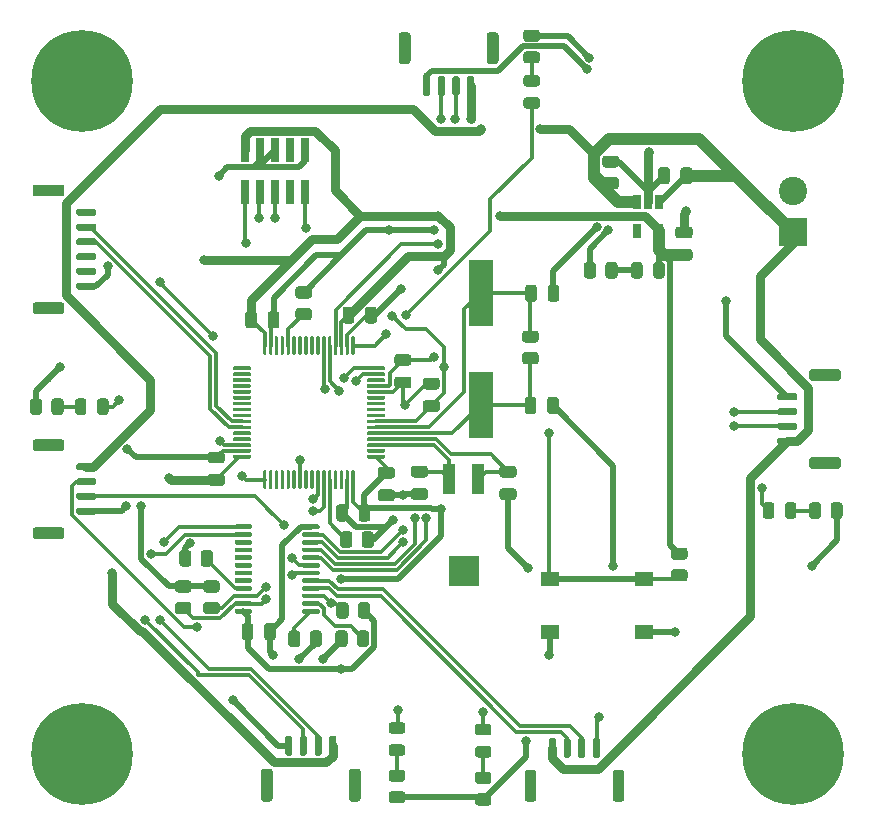
<source format=gbr>
%TF.GenerationSoftware,KiCad,Pcbnew,(5.1.9-0-10_14)*%
%TF.CreationDate,2021-04-28T14:39:26+08:00*%
%TF.ProjectId,TPT_PCB,5450545f-5043-4422-9e6b-696361645f70,rev?*%
%TF.SameCoordinates,Original*%
%TF.FileFunction,Copper,L1,Top*%
%TF.FilePolarity,Positive*%
%FSLAX46Y46*%
G04 Gerber Fmt 4.6, Leading zero omitted, Abs format (unit mm)*
G04 Created by KiCad (PCBNEW (5.1.9-0-10_14)) date 2021-04-28 14:39:26*
%MOMM*%
%LPD*%
G01*
G04 APERTURE LIST*
%TA.AperFunction,SMDPad,CuDef*%
%ADD10R,2.500000X2.500000*%
%TD*%
%TA.AperFunction,SMDPad,CuDef*%
%ADD11R,1.000000X2.500000*%
%TD*%
%TA.AperFunction,SMDPad,CuDef*%
%ADD12R,2.100000X5.600000*%
%TD*%
%TA.AperFunction,SMDPad,CuDef*%
%ADD13R,0.650000X1.220000*%
%TD*%
%TA.AperFunction,SMDPad,CuDef*%
%ADD14R,1.550000X1.300000*%
%TD*%
%TA.AperFunction,ComponentPad*%
%ADD15C,2.400000*%
%TD*%
%TA.AperFunction,ComponentPad*%
%ADD16R,2.400000X2.400000*%
%TD*%
%TA.AperFunction,SMDPad,CuDef*%
%ADD17R,0.750000X2.100000*%
%TD*%
%TA.AperFunction,ComponentPad*%
%ADD18C,0.900000*%
%TD*%
%TA.AperFunction,ComponentPad*%
%ADD19C,8.600000*%
%TD*%
%TA.AperFunction,ViaPad*%
%ADD20C,0.800000*%
%TD*%
%TA.AperFunction,Conductor*%
%ADD21C,0.500000*%
%TD*%
%TA.AperFunction,Conductor*%
%ADD22C,0.750000*%
%TD*%
%TA.AperFunction,Conductor*%
%ADD23C,1.000000*%
%TD*%
%TA.AperFunction,Conductor*%
%ADD24C,0.300000*%
%TD*%
G04 APERTURE END LIST*
%TO.P,C6,2*%
%TO.N,GND*%
%TA.AperFunction,SMDPad,CuDef*%
G36*
G01*
X178600000Y-72525000D02*
X178600000Y-73475000D01*
G75*
G02*
X178350000Y-73725000I-250000J0D01*
G01*
X177850000Y-73725000D01*
G75*
G02*
X177600000Y-73475000I0J250000D01*
G01*
X177600000Y-72525000D01*
G75*
G02*
X177850000Y-72275000I250000J0D01*
G01*
X178350000Y-72275000D01*
G75*
G02*
X178600000Y-72525000I0J-250000D01*
G01*
G37*
%TD.AperFunction*%
%TO.P,C6,1*%
%TO.N,+5V*%
%TA.AperFunction,SMDPad,CuDef*%
G36*
G01*
X180500000Y-72525000D02*
X180500000Y-73475000D01*
G75*
G02*
X180250000Y-73725000I-250000J0D01*
G01*
X179750000Y-73725000D01*
G75*
G02*
X179500000Y-73475000I0J250000D01*
G01*
X179500000Y-72525000D01*
G75*
G02*
X179750000Y-72275000I250000J0D01*
G01*
X180250000Y-72275000D01*
G75*
G02*
X180500000Y-72525000I0J-250000D01*
G01*
G37*
%TD.AperFunction*%
%TD*%
%TO.P,C11,2*%
%TO.N,GND*%
%TA.AperFunction,SMDPad,CuDef*%
G36*
G01*
X140675000Y-97350000D02*
X139725000Y-97350000D01*
G75*
G02*
X139475000Y-97100000I0J250000D01*
G01*
X139475000Y-96600000D01*
G75*
G02*
X139725000Y-96350000I250000J0D01*
G01*
X140675000Y-96350000D01*
G75*
G02*
X140925000Y-96600000I0J-250000D01*
G01*
X140925000Y-97100000D01*
G75*
G02*
X140675000Y-97350000I-250000J0D01*
G01*
G37*
%TD.AperFunction*%
%TO.P,C11,1*%
%TO.N,+3V3*%
%TA.AperFunction,SMDPad,CuDef*%
G36*
G01*
X140675000Y-99250000D02*
X139725000Y-99250000D01*
G75*
G02*
X139475000Y-99000000I0J250000D01*
G01*
X139475000Y-98500000D01*
G75*
G02*
X139725000Y-98250000I250000J0D01*
G01*
X140675000Y-98250000D01*
G75*
G02*
X140925000Y-98500000I0J-250000D01*
G01*
X140925000Y-99000000D01*
G75*
G02*
X140675000Y-99250000I-250000J0D01*
G01*
G37*
%TD.AperFunction*%
%TD*%
%TO.P,R5,1*%
%TO.N,Net-(R5-Pad1)*%
%TA.AperFunction,SMDPad,CuDef*%
G36*
G01*
X146287500Y-112650001D02*
X146287500Y-111749999D01*
G75*
G02*
X146537499Y-111500000I249999J0D01*
G01*
X147062501Y-111500000D01*
G75*
G02*
X147312500Y-111749999I0J-249999D01*
G01*
X147312500Y-112650001D01*
G75*
G02*
X147062501Y-112900000I-249999J0D01*
G01*
X146537499Y-112900000D01*
G75*
G02*
X146287500Y-112650001I0J249999D01*
G01*
G37*
%TD.AperFunction*%
%TO.P,R5,2*%
%TO.N,GND*%
%TA.AperFunction,SMDPad,CuDef*%
G36*
G01*
X148112500Y-112650001D02*
X148112500Y-111749999D01*
G75*
G02*
X148362499Y-111500000I249999J0D01*
G01*
X148887501Y-111500000D01*
G75*
G02*
X149137500Y-111749999I0J-249999D01*
G01*
X149137500Y-112650001D01*
G75*
G02*
X148887501Y-112900000I-249999J0D01*
G01*
X148362499Y-112900000D01*
G75*
G02*
X148112500Y-112650001I0J249999D01*
G01*
G37*
%TD.AperFunction*%
%TD*%
D10*
%TO.P,Y2,3*%
%TO.N,N/C*%
X161150000Y-106425000D03*
D11*
%TO.P,Y2,1*%
%TO.N,/OSC32_IN*%
X159900000Y-98675000D03*
%TO.P,Y2,2*%
%TO.N,/OSC32_OUT*%
X162400000Y-98675000D03*
%TD*%
D12*
%TO.P,Y1,1*%
%TO.N,/OSC_IN*%
X162600000Y-92400000D03*
%TO.P,Y1,2*%
%TO.N,/OSC_OUT*%
X162600000Y-82900000D03*
%TD*%
%TO.P,U3,64*%
%TO.N,+3V3*%
%TA.AperFunction,SMDPad,CuDef*%
G36*
G01*
X151950000Y-98025000D02*
X151950000Y-99425000D01*
G75*
G02*
X151875000Y-99500000I-75000J0D01*
G01*
X151725000Y-99500000D01*
G75*
G02*
X151650000Y-99425000I0J75000D01*
G01*
X151650000Y-98025000D01*
G75*
G02*
X151725000Y-97950000I75000J0D01*
G01*
X151875000Y-97950000D01*
G75*
G02*
X151950000Y-98025000I0J-75000D01*
G01*
G37*
%TD.AperFunction*%
%TO.P,U3,63*%
%TO.N,GND*%
%TA.AperFunction,SMDPad,CuDef*%
G36*
G01*
X151450000Y-98025000D02*
X151450000Y-99425000D01*
G75*
G02*
X151375000Y-99500000I-75000J0D01*
G01*
X151225000Y-99500000D01*
G75*
G02*
X151150000Y-99425000I0J75000D01*
G01*
X151150000Y-98025000D01*
G75*
G02*
X151225000Y-97950000I75000J0D01*
G01*
X151375000Y-97950000D01*
G75*
G02*
X151450000Y-98025000I0J-75000D01*
G01*
G37*
%TD.AperFunction*%
%TO.P,U3,62*%
%TO.N,Net-(U3-Pad62)*%
%TA.AperFunction,SMDPad,CuDef*%
G36*
G01*
X150950000Y-98025000D02*
X150950000Y-99425000D01*
G75*
G02*
X150875000Y-99500000I-75000J0D01*
G01*
X150725000Y-99500000D01*
G75*
G02*
X150650000Y-99425000I0J75000D01*
G01*
X150650000Y-98025000D01*
G75*
G02*
X150725000Y-97950000I75000J0D01*
G01*
X150875000Y-97950000D01*
G75*
G02*
X150950000Y-98025000I0J-75000D01*
G01*
G37*
%TD.AperFunction*%
%TO.P,U3,61*%
%TO.N,Net-(U3-Pad61)*%
%TA.AperFunction,SMDPad,CuDef*%
G36*
G01*
X150450000Y-98025000D02*
X150450000Y-99425000D01*
G75*
G02*
X150375000Y-99500000I-75000J0D01*
G01*
X150225000Y-99500000D01*
G75*
G02*
X150150000Y-99425000I0J75000D01*
G01*
X150150000Y-98025000D01*
G75*
G02*
X150225000Y-97950000I75000J0D01*
G01*
X150375000Y-97950000D01*
G75*
G02*
X150450000Y-98025000I0J-75000D01*
G01*
G37*
%TD.AperFunction*%
%TO.P,U3,60*%
%TO.N,/BOOT0*%
%TA.AperFunction,SMDPad,CuDef*%
G36*
G01*
X149950000Y-98025000D02*
X149950000Y-99425000D01*
G75*
G02*
X149875000Y-99500000I-75000J0D01*
G01*
X149725000Y-99500000D01*
G75*
G02*
X149650000Y-99425000I0J75000D01*
G01*
X149650000Y-98025000D01*
G75*
G02*
X149725000Y-97950000I75000J0D01*
G01*
X149875000Y-97950000D01*
G75*
G02*
X149950000Y-98025000I0J-75000D01*
G01*
G37*
%TD.AperFunction*%
%TO.P,U3,59*%
%TO.N,Master_SDA*%
%TA.AperFunction,SMDPad,CuDef*%
G36*
G01*
X149450000Y-98025000D02*
X149450000Y-99425000D01*
G75*
G02*
X149375000Y-99500000I-75000J0D01*
G01*
X149225000Y-99500000D01*
G75*
G02*
X149150000Y-99425000I0J75000D01*
G01*
X149150000Y-98025000D01*
G75*
G02*
X149225000Y-97950000I75000J0D01*
G01*
X149375000Y-97950000D01*
G75*
G02*
X149450000Y-98025000I0J-75000D01*
G01*
G37*
%TD.AperFunction*%
%TO.P,U3,58*%
%TO.N,Master_SCL*%
%TA.AperFunction,SMDPad,CuDef*%
G36*
G01*
X148950000Y-98025000D02*
X148950000Y-99425000D01*
G75*
G02*
X148875000Y-99500000I-75000J0D01*
G01*
X148725000Y-99500000D01*
G75*
G02*
X148650000Y-99425000I0J75000D01*
G01*
X148650000Y-98025000D01*
G75*
G02*
X148725000Y-97950000I75000J0D01*
G01*
X148875000Y-97950000D01*
G75*
G02*
X148950000Y-98025000I0J-75000D01*
G01*
G37*
%TD.AperFunction*%
%TO.P,U3,57*%
%TO.N,Net-(U3-Pad57)*%
%TA.AperFunction,SMDPad,CuDef*%
G36*
G01*
X148450000Y-98025000D02*
X148450000Y-99425000D01*
G75*
G02*
X148375000Y-99500000I-75000J0D01*
G01*
X148225000Y-99500000D01*
G75*
G02*
X148150000Y-99425000I0J75000D01*
G01*
X148150000Y-98025000D01*
G75*
G02*
X148225000Y-97950000I75000J0D01*
G01*
X148375000Y-97950000D01*
G75*
G02*
X148450000Y-98025000I0J-75000D01*
G01*
G37*
%TD.AperFunction*%
%TO.P,U3,56*%
%TO.N,Net-(U3-Pad56)*%
%TA.AperFunction,SMDPad,CuDef*%
G36*
G01*
X147950000Y-98025000D02*
X147950000Y-99425000D01*
G75*
G02*
X147875000Y-99500000I-75000J0D01*
G01*
X147725000Y-99500000D01*
G75*
G02*
X147650000Y-99425000I0J75000D01*
G01*
X147650000Y-98025000D01*
G75*
G02*
X147725000Y-97950000I75000J0D01*
G01*
X147875000Y-97950000D01*
G75*
G02*
X147950000Y-98025000I0J-75000D01*
G01*
G37*
%TD.AperFunction*%
%TO.P,U3,55*%
%TO.N,/SWO*%
%TA.AperFunction,SMDPad,CuDef*%
G36*
G01*
X147450000Y-98025000D02*
X147450000Y-99425000D01*
G75*
G02*
X147375000Y-99500000I-75000J0D01*
G01*
X147225000Y-99500000D01*
G75*
G02*
X147150000Y-99425000I0J75000D01*
G01*
X147150000Y-98025000D01*
G75*
G02*
X147225000Y-97950000I75000J0D01*
G01*
X147375000Y-97950000D01*
G75*
G02*
X147450000Y-98025000I0J-75000D01*
G01*
G37*
%TD.AperFunction*%
%TO.P,U3,54*%
%TO.N,Net-(U3-Pad54)*%
%TA.AperFunction,SMDPad,CuDef*%
G36*
G01*
X146950000Y-98025000D02*
X146950000Y-99425000D01*
G75*
G02*
X146875000Y-99500000I-75000J0D01*
G01*
X146725000Y-99500000D01*
G75*
G02*
X146650000Y-99425000I0J75000D01*
G01*
X146650000Y-98025000D01*
G75*
G02*
X146725000Y-97950000I75000J0D01*
G01*
X146875000Y-97950000D01*
G75*
G02*
X146950000Y-98025000I0J-75000D01*
G01*
G37*
%TD.AperFunction*%
%TO.P,U3,53*%
%TO.N,Net-(U3-Pad53)*%
%TA.AperFunction,SMDPad,CuDef*%
G36*
G01*
X146450000Y-98025000D02*
X146450000Y-99425000D01*
G75*
G02*
X146375000Y-99500000I-75000J0D01*
G01*
X146225000Y-99500000D01*
G75*
G02*
X146150000Y-99425000I0J75000D01*
G01*
X146150000Y-98025000D01*
G75*
G02*
X146225000Y-97950000I75000J0D01*
G01*
X146375000Y-97950000D01*
G75*
G02*
X146450000Y-98025000I0J-75000D01*
G01*
G37*
%TD.AperFunction*%
%TO.P,U3,52*%
%TO.N,Net-(U3-Pad52)*%
%TA.AperFunction,SMDPad,CuDef*%
G36*
G01*
X145950000Y-98025000D02*
X145950000Y-99425000D01*
G75*
G02*
X145875000Y-99500000I-75000J0D01*
G01*
X145725000Y-99500000D01*
G75*
G02*
X145650000Y-99425000I0J75000D01*
G01*
X145650000Y-98025000D01*
G75*
G02*
X145725000Y-97950000I75000J0D01*
G01*
X145875000Y-97950000D01*
G75*
G02*
X145950000Y-98025000I0J-75000D01*
G01*
G37*
%TD.AperFunction*%
%TO.P,U3,51*%
%TO.N,Net-(U3-Pad51)*%
%TA.AperFunction,SMDPad,CuDef*%
G36*
G01*
X145450000Y-98025000D02*
X145450000Y-99425000D01*
G75*
G02*
X145375000Y-99500000I-75000J0D01*
G01*
X145225000Y-99500000D01*
G75*
G02*
X145150000Y-99425000I0J75000D01*
G01*
X145150000Y-98025000D01*
G75*
G02*
X145225000Y-97950000I75000J0D01*
G01*
X145375000Y-97950000D01*
G75*
G02*
X145450000Y-98025000I0J-75000D01*
G01*
G37*
%TD.AperFunction*%
%TO.P,U3,50*%
%TO.N,Net-(U3-Pad50)*%
%TA.AperFunction,SMDPad,CuDef*%
G36*
G01*
X144950000Y-98025000D02*
X144950000Y-99425000D01*
G75*
G02*
X144875000Y-99500000I-75000J0D01*
G01*
X144725000Y-99500000D01*
G75*
G02*
X144650000Y-99425000I0J75000D01*
G01*
X144650000Y-98025000D01*
G75*
G02*
X144725000Y-97950000I75000J0D01*
G01*
X144875000Y-97950000D01*
G75*
G02*
X144950000Y-98025000I0J-75000D01*
G01*
G37*
%TD.AperFunction*%
%TO.P,U3,49*%
%TO.N,/SWCLK*%
%TA.AperFunction,SMDPad,CuDef*%
G36*
G01*
X144450000Y-98025000D02*
X144450000Y-99425000D01*
G75*
G02*
X144375000Y-99500000I-75000J0D01*
G01*
X144225000Y-99500000D01*
G75*
G02*
X144150000Y-99425000I0J75000D01*
G01*
X144150000Y-98025000D01*
G75*
G02*
X144225000Y-97950000I75000J0D01*
G01*
X144375000Y-97950000D01*
G75*
G02*
X144450000Y-98025000I0J-75000D01*
G01*
G37*
%TD.AperFunction*%
%TO.P,U3,48*%
%TO.N,+3V3*%
%TA.AperFunction,SMDPad,CuDef*%
G36*
G01*
X143150000Y-96725000D02*
X143150000Y-96875000D01*
G75*
G02*
X143075000Y-96950000I-75000J0D01*
G01*
X141675000Y-96950000D01*
G75*
G02*
X141600000Y-96875000I0J75000D01*
G01*
X141600000Y-96725000D01*
G75*
G02*
X141675000Y-96650000I75000J0D01*
G01*
X143075000Y-96650000D01*
G75*
G02*
X143150000Y-96725000I0J-75000D01*
G01*
G37*
%TD.AperFunction*%
%TO.P,U3,47*%
%TO.N,GND*%
%TA.AperFunction,SMDPad,CuDef*%
G36*
G01*
X143150000Y-96225000D02*
X143150000Y-96375000D01*
G75*
G02*
X143075000Y-96450000I-75000J0D01*
G01*
X141675000Y-96450000D01*
G75*
G02*
X141600000Y-96375000I0J75000D01*
G01*
X141600000Y-96225000D01*
G75*
G02*
X141675000Y-96150000I75000J0D01*
G01*
X143075000Y-96150000D01*
G75*
G02*
X143150000Y-96225000I0J-75000D01*
G01*
G37*
%TD.AperFunction*%
%TO.P,U3,46*%
%TO.N,/SWDIO*%
%TA.AperFunction,SMDPad,CuDef*%
G36*
G01*
X143150000Y-95725000D02*
X143150000Y-95875000D01*
G75*
G02*
X143075000Y-95950000I-75000J0D01*
G01*
X141675000Y-95950000D01*
G75*
G02*
X141600000Y-95875000I0J75000D01*
G01*
X141600000Y-95725000D01*
G75*
G02*
X141675000Y-95650000I75000J0D01*
G01*
X143075000Y-95650000D01*
G75*
G02*
X143150000Y-95725000I0J-75000D01*
G01*
G37*
%TD.AperFunction*%
%TO.P,U3,45*%
%TO.N,Net-(U3-Pad45)*%
%TA.AperFunction,SMDPad,CuDef*%
G36*
G01*
X143150000Y-95225000D02*
X143150000Y-95375000D01*
G75*
G02*
X143075000Y-95450000I-75000J0D01*
G01*
X141675000Y-95450000D01*
G75*
G02*
X141600000Y-95375000I0J75000D01*
G01*
X141600000Y-95225000D01*
G75*
G02*
X141675000Y-95150000I75000J0D01*
G01*
X143075000Y-95150000D01*
G75*
G02*
X143150000Y-95225000I0J-75000D01*
G01*
G37*
%TD.AperFunction*%
%TO.P,U3,44*%
%TO.N,Net-(U3-Pad44)*%
%TA.AperFunction,SMDPad,CuDef*%
G36*
G01*
X143150000Y-94725000D02*
X143150000Y-94875000D01*
G75*
G02*
X143075000Y-94950000I-75000J0D01*
G01*
X141675000Y-94950000D01*
G75*
G02*
X141600000Y-94875000I0J75000D01*
G01*
X141600000Y-94725000D01*
G75*
G02*
X141675000Y-94650000I75000J0D01*
G01*
X143075000Y-94650000D01*
G75*
G02*
X143150000Y-94725000I0J-75000D01*
G01*
G37*
%TD.AperFunction*%
%TO.P,U3,43*%
%TO.N,/UART1_RX*%
%TA.AperFunction,SMDPad,CuDef*%
G36*
G01*
X143150000Y-94225000D02*
X143150000Y-94375000D01*
G75*
G02*
X143075000Y-94450000I-75000J0D01*
G01*
X141675000Y-94450000D01*
G75*
G02*
X141600000Y-94375000I0J75000D01*
G01*
X141600000Y-94225000D01*
G75*
G02*
X141675000Y-94150000I75000J0D01*
G01*
X143075000Y-94150000D01*
G75*
G02*
X143150000Y-94225000I0J-75000D01*
G01*
G37*
%TD.AperFunction*%
%TO.P,U3,42*%
%TO.N,/UART1_TX*%
%TA.AperFunction,SMDPad,CuDef*%
G36*
G01*
X143150000Y-93725000D02*
X143150000Y-93875000D01*
G75*
G02*
X143075000Y-93950000I-75000J0D01*
G01*
X141675000Y-93950000D01*
G75*
G02*
X141600000Y-93875000I0J75000D01*
G01*
X141600000Y-93725000D01*
G75*
G02*
X141675000Y-93650000I75000J0D01*
G01*
X143075000Y-93650000D01*
G75*
G02*
X143150000Y-93725000I0J-75000D01*
G01*
G37*
%TD.AperFunction*%
%TO.P,U3,41*%
%TO.N,Net-(U3-Pad41)*%
%TA.AperFunction,SMDPad,CuDef*%
G36*
G01*
X143150000Y-93225000D02*
X143150000Y-93375000D01*
G75*
G02*
X143075000Y-93450000I-75000J0D01*
G01*
X141675000Y-93450000D01*
G75*
G02*
X141600000Y-93375000I0J75000D01*
G01*
X141600000Y-93225000D01*
G75*
G02*
X141675000Y-93150000I75000J0D01*
G01*
X143075000Y-93150000D01*
G75*
G02*
X143150000Y-93225000I0J-75000D01*
G01*
G37*
%TD.AperFunction*%
%TO.P,U3,40*%
%TO.N,Net-(U3-Pad40)*%
%TA.AperFunction,SMDPad,CuDef*%
G36*
G01*
X143150000Y-92725000D02*
X143150000Y-92875000D01*
G75*
G02*
X143075000Y-92950000I-75000J0D01*
G01*
X141675000Y-92950000D01*
G75*
G02*
X141600000Y-92875000I0J75000D01*
G01*
X141600000Y-92725000D01*
G75*
G02*
X141675000Y-92650000I75000J0D01*
G01*
X143075000Y-92650000D01*
G75*
G02*
X143150000Y-92725000I0J-75000D01*
G01*
G37*
%TD.AperFunction*%
%TO.P,U3,39*%
%TO.N,Net-(U3-Pad39)*%
%TA.AperFunction,SMDPad,CuDef*%
G36*
G01*
X143150000Y-92225000D02*
X143150000Y-92375000D01*
G75*
G02*
X143075000Y-92450000I-75000J0D01*
G01*
X141675000Y-92450000D01*
G75*
G02*
X141600000Y-92375000I0J75000D01*
G01*
X141600000Y-92225000D01*
G75*
G02*
X141675000Y-92150000I75000J0D01*
G01*
X143075000Y-92150000D01*
G75*
G02*
X143150000Y-92225000I0J-75000D01*
G01*
G37*
%TD.AperFunction*%
%TO.P,U3,38*%
%TO.N,Net-(U3-Pad38)*%
%TA.AperFunction,SMDPad,CuDef*%
G36*
G01*
X143150000Y-91725000D02*
X143150000Y-91875000D01*
G75*
G02*
X143075000Y-91950000I-75000J0D01*
G01*
X141675000Y-91950000D01*
G75*
G02*
X141600000Y-91875000I0J75000D01*
G01*
X141600000Y-91725000D01*
G75*
G02*
X141675000Y-91650000I75000J0D01*
G01*
X143075000Y-91650000D01*
G75*
G02*
X143150000Y-91725000I0J-75000D01*
G01*
G37*
%TD.AperFunction*%
%TO.P,U3,37*%
%TO.N,Net-(U3-Pad37)*%
%TA.AperFunction,SMDPad,CuDef*%
G36*
G01*
X143150000Y-91225000D02*
X143150000Y-91375000D01*
G75*
G02*
X143075000Y-91450000I-75000J0D01*
G01*
X141675000Y-91450000D01*
G75*
G02*
X141600000Y-91375000I0J75000D01*
G01*
X141600000Y-91225000D01*
G75*
G02*
X141675000Y-91150000I75000J0D01*
G01*
X143075000Y-91150000D01*
G75*
G02*
X143150000Y-91225000I0J-75000D01*
G01*
G37*
%TD.AperFunction*%
%TO.P,U3,36*%
%TO.N,Net-(U3-Pad36)*%
%TA.AperFunction,SMDPad,CuDef*%
G36*
G01*
X143150000Y-90725000D02*
X143150000Y-90875000D01*
G75*
G02*
X143075000Y-90950000I-75000J0D01*
G01*
X141675000Y-90950000D01*
G75*
G02*
X141600000Y-90875000I0J75000D01*
G01*
X141600000Y-90725000D01*
G75*
G02*
X141675000Y-90650000I75000J0D01*
G01*
X143075000Y-90650000D01*
G75*
G02*
X143150000Y-90725000I0J-75000D01*
G01*
G37*
%TD.AperFunction*%
%TO.P,U3,35*%
%TO.N,Net-(U3-Pad35)*%
%TA.AperFunction,SMDPad,CuDef*%
G36*
G01*
X143150000Y-90225000D02*
X143150000Y-90375000D01*
G75*
G02*
X143075000Y-90450000I-75000J0D01*
G01*
X141675000Y-90450000D01*
G75*
G02*
X141600000Y-90375000I0J75000D01*
G01*
X141600000Y-90225000D01*
G75*
G02*
X141675000Y-90150000I75000J0D01*
G01*
X143075000Y-90150000D01*
G75*
G02*
X143150000Y-90225000I0J-75000D01*
G01*
G37*
%TD.AperFunction*%
%TO.P,U3,34*%
%TO.N,Net-(U3-Pad34)*%
%TA.AperFunction,SMDPad,CuDef*%
G36*
G01*
X143150000Y-89725000D02*
X143150000Y-89875000D01*
G75*
G02*
X143075000Y-89950000I-75000J0D01*
G01*
X141675000Y-89950000D01*
G75*
G02*
X141600000Y-89875000I0J75000D01*
G01*
X141600000Y-89725000D01*
G75*
G02*
X141675000Y-89650000I75000J0D01*
G01*
X143075000Y-89650000D01*
G75*
G02*
X143150000Y-89725000I0J-75000D01*
G01*
G37*
%TD.AperFunction*%
%TO.P,U3,33*%
%TO.N,Net-(U3-Pad33)*%
%TA.AperFunction,SMDPad,CuDef*%
G36*
G01*
X143150000Y-89225000D02*
X143150000Y-89375000D01*
G75*
G02*
X143075000Y-89450000I-75000J0D01*
G01*
X141675000Y-89450000D01*
G75*
G02*
X141600000Y-89375000I0J75000D01*
G01*
X141600000Y-89225000D01*
G75*
G02*
X141675000Y-89150000I75000J0D01*
G01*
X143075000Y-89150000D01*
G75*
G02*
X143150000Y-89225000I0J-75000D01*
G01*
G37*
%TD.AperFunction*%
%TO.P,U3,32*%
%TO.N,+3V3*%
%TA.AperFunction,SMDPad,CuDef*%
G36*
G01*
X144450000Y-86675000D02*
X144450000Y-88075000D01*
G75*
G02*
X144375000Y-88150000I-75000J0D01*
G01*
X144225000Y-88150000D01*
G75*
G02*
X144150000Y-88075000I0J75000D01*
G01*
X144150000Y-86675000D01*
G75*
G02*
X144225000Y-86600000I75000J0D01*
G01*
X144375000Y-86600000D01*
G75*
G02*
X144450000Y-86675000I0J-75000D01*
G01*
G37*
%TD.AperFunction*%
%TO.P,U3,31*%
%TO.N,GND*%
%TA.AperFunction,SMDPad,CuDef*%
G36*
G01*
X144950000Y-86675000D02*
X144950000Y-88075000D01*
G75*
G02*
X144875000Y-88150000I-75000J0D01*
G01*
X144725000Y-88150000D01*
G75*
G02*
X144650000Y-88075000I0J75000D01*
G01*
X144650000Y-86675000D01*
G75*
G02*
X144725000Y-86600000I75000J0D01*
G01*
X144875000Y-86600000D01*
G75*
G02*
X144950000Y-86675000I0J-75000D01*
G01*
G37*
%TD.AperFunction*%
%TO.P,U3,30*%
%TO.N,Net-(U3-Pad30)*%
%TA.AperFunction,SMDPad,CuDef*%
G36*
G01*
X145450000Y-86675000D02*
X145450000Y-88075000D01*
G75*
G02*
X145375000Y-88150000I-75000J0D01*
G01*
X145225000Y-88150000D01*
G75*
G02*
X145150000Y-88075000I0J75000D01*
G01*
X145150000Y-86675000D01*
G75*
G02*
X145225000Y-86600000I75000J0D01*
G01*
X145375000Y-86600000D01*
G75*
G02*
X145450000Y-86675000I0J-75000D01*
G01*
G37*
%TD.AperFunction*%
%TO.P,U3,29*%
%TO.N,Net-(U3-Pad29)*%
%TA.AperFunction,SMDPad,CuDef*%
G36*
G01*
X145950000Y-86675000D02*
X145950000Y-88075000D01*
G75*
G02*
X145875000Y-88150000I-75000J0D01*
G01*
X145725000Y-88150000D01*
G75*
G02*
X145650000Y-88075000I0J75000D01*
G01*
X145650000Y-86675000D01*
G75*
G02*
X145725000Y-86600000I75000J0D01*
G01*
X145875000Y-86600000D01*
G75*
G02*
X145950000Y-86675000I0J-75000D01*
G01*
G37*
%TD.AperFunction*%
%TO.P,U3,28*%
%TO.N,/BOOT1*%
%TA.AperFunction,SMDPad,CuDef*%
G36*
G01*
X146450000Y-86675000D02*
X146450000Y-88075000D01*
G75*
G02*
X146375000Y-88150000I-75000J0D01*
G01*
X146225000Y-88150000D01*
G75*
G02*
X146150000Y-88075000I0J75000D01*
G01*
X146150000Y-86675000D01*
G75*
G02*
X146225000Y-86600000I75000J0D01*
G01*
X146375000Y-86600000D01*
G75*
G02*
X146450000Y-86675000I0J-75000D01*
G01*
G37*
%TD.AperFunction*%
%TO.P,U3,27*%
%TO.N,Net-(U3-Pad27)*%
%TA.AperFunction,SMDPad,CuDef*%
G36*
G01*
X146950000Y-86675000D02*
X146950000Y-88075000D01*
G75*
G02*
X146875000Y-88150000I-75000J0D01*
G01*
X146725000Y-88150000D01*
G75*
G02*
X146650000Y-88075000I0J75000D01*
G01*
X146650000Y-86675000D01*
G75*
G02*
X146725000Y-86600000I75000J0D01*
G01*
X146875000Y-86600000D01*
G75*
G02*
X146950000Y-86675000I0J-75000D01*
G01*
G37*
%TD.AperFunction*%
%TO.P,U3,26*%
%TO.N,Net-(U3-Pad26)*%
%TA.AperFunction,SMDPad,CuDef*%
G36*
G01*
X147450000Y-86675000D02*
X147450000Y-88075000D01*
G75*
G02*
X147375000Y-88150000I-75000J0D01*
G01*
X147225000Y-88150000D01*
G75*
G02*
X147150000Y-88075000I0J75000D01*
G01*
X147150000Y-86675000D01*
G75*
G02*
X147225000Y-86600000I75000J0D01*
G01*
X147375000Y-86600000D01*
G75*
G02*
X147450000Y-86675000I0J-75000D01*
G01*
G37*
%TD.AperFunction*%
%TO.P,U3,25*%
%TO.N,Net-(U3-Pad25)*%
%TA.AperFunction,SMDPad,CuDef*%
G36*
G01*
X147950000Y-86675000D02*
X147950000Y-88075000D01*
G75*
G02*
X147875000Y-88150000I-75000J0D01*
G01*
X147725000Y-88150000D01*
G75*
G02*
X147650000Y-88075000I0J75000D01*
G01*
X147650000Y-86675000D01*
G75*
G02*
X147725000Y-86600000I75000J0D01*
G01*
X147875000Y-86600000D01*
G75*
G02*
X147950000Y-86675000I0J-75000D01*
G01*
G37*
%TD.AperFunction*%
%TO.P,U3,24*%
%TO.N,Net-(U3-Pad24)*%
%TA.AperFunction,SMDPad,CuDef*%
G36*
G01*
X148450000Y-86675000D02*
X148450000Y-88075000D01*
G75*
G02*
X148375000Y-88150000I-75000J0D01*
G01*
X148225000Y-88150000D01*
G75*
G02*
X148150000Y-88075000I0J75000D01*
G01*
X148150000Y-86675000D01*
G75*
G02*
X148225000Y-86600000I75000J0D01*
G01*
X148375000Y-86600000D01*
G75*
G02*
X148450000Y-86675000I0J-75000D01*
G01*
G37*
%TD.AperFunction*%
%TO.P,U3,23*%
%TO.N,Net-(U3-Pad23)*%
%TA.AperFunction,SMDPad,CuDef*%
G36*
G01*
X148950000Y-86675000D02*
X148950000Y-88075000D01*
G75*
G02*
X148875000Y-88150000I-75000J0D01*
G01*
X148725000Y-88150000D01*
G75*
G02*
X148650000Y-88075000I0J75000D01*
G01*
X148650000Y-86675000D01*
G75*
G02*
X148725000Y-86600000I75000J0D01*
G01*
X148875000Y-86600000D01*
G75*
G02*
X148950000Y-86675000I0J-75000D01*
G01*
G37*
%TD.AperFunction*%
%TO.P,U3,22*%
%TO.N,/Master_Reset*%
%TA.AperFunction,SMDPad,CuDef*%
G36*
G01*
X149450000Y-86675000D02*
X149450000Y-88075000D01*
G75*
G02*
X149375000Y-88150000I-75000J0D01*
G01*
X149225000Y-88150000D01*
G75*
G02*
X149150000Y-88075000I0J75000D01*
G01*
X149150000Y-86675000D01*
G75*
G02*
X149225000Y-86600000I75000J0D01*
G01*
X149375000Y-86600000D01*
G75*
G02*
X149450000Y-86675000I0J-75000D01*
G01*
G37*
%TD.AperFunction*%
%TO.P,U3,21*%
%TO.N,/Upward_LED*%
%TA.AperFunction,SMDPad,CuDef*%
G36*
G01*
X149950000Y-86675000D02*
X149950000Y-88075000D01*
G75*
G02*
X149875000Y-88150000I-75000J0D01*
G01*
X149725000Y-88150000D01*
G75*
G02*
X149650000Y-88075000I0J75000D01*
G01*
X149650000Y-86675000D01*
G75*
G02*
X149725000Y-86600000I75000J0D01*
G01*
X149875000Y-86600000D01*
G75*
G02*
X149950000Y-86675000I0J-75000D01*
G01*
G37*
%TD.AperFunction*%
%TO.P,U3,20*%
%TO.N,/Left_LED*%
%TA.AperFunction,SMDPad,CuDef*%
G36*
G01*
X150450000Y-86675000D02*
X150450000Y-88075000D01*
G75*
G02*
X150375000Y-88150000I-75000J0D01*
G01*
X150225000Y-88150000D01*
G75*
G02*
X150150000Y-88075000I0J75000D01*
G01*
X150150000Y-86675000D01*
G75*
G02*
X150225000Y-86600000I75000J0D01*
G01*
X150375000Y-86600000D01*
G75*
G02*
X150450000Y-86675000I0J-75000D01*
G01*
G37*
%TD.AperFunction*%
%TO.P,U3,19*%
%TO.N,+3V3*%
%TA.AperFunction,SMDPad,CuDef*%
G36*
G01*
X150950000Y-86675000D02*
X150950000Y-88075000D01*
G75*
G02*
X150875000Y-88150000I-75000J0D01*
G01*
X150725000Y-88150000D01*
G75*
G02*
X150650000Y-88075000I0J75000D01*
G01*
X150650000Y-86675000D01*
G75*
G02*
X150725000Y-86600000I75000J0D01*
G01*
X150875000Y-86600000D01*
G75*
G02*
X150950000Y-86675000I0J-75000D01*
G01*
G37*
%TD.AperFunction*%
%TO.P,U3,18*%
%TO.N,GND*%
%TA.AperFunction,SMDPad,CuDef*%
G36*
G01*
X151450000Y-86675000D02*
X151450000Y-88075000D01*
G75*
G02*
X151375000Y-88150000I-75000J0D01*
G01*
X151225000Y-88150000D01*
G75*
G02*
X151150000Y-88075000I0J75000D01*
G01*
X151150000Y-86675000D01*
G75*
G02*
X151225000Y-86600000I75000J0D01*
G01*
X151375000Y-86600000D01*
G75*
G02*
X151450000Y-86675000I0J-75000D01*
G01*
G37*
%TD.AperFunction*%
%TO.P,U3,17*%
%TO.N,/Rear_LED*%
%TA.AperFunction,SMDPad,CuDef*%
G36*
G01*
X151950000Y-86675000D02*
X151950000Y-88075000D01*
G75*
G02*
X151875000Y-88150000I-75000J0D01*
G01*
X151725000Y-88150000D01*
G75*
G02*
X151650000Y-88075000I0J75000D01*
G01*
X151650000Y-86675000D01*
G75*
G02*
X151725000Y-86600000I75000J0D01*
G01*
X151875000Y-86600000D01*
G75*
G02*
X151950000Y-86675000I0J-75000D01*
G01*
G37*
%TD.AperFunction*%
%TO.P,U3,16*%
%TO.N,/Right_LED*%
%TA.AperFunction,SMDPad,CuDef*%
G36*
G01*
X154500000Y-89225000D02*
X154500000Y-89375000D01*
G75*
G02*
X154425000Y-89450000I-75000J0D01*
G01*
X153025000Y-89450000D01*
G75*
G02*
X152950000Y-89375000I0J75000D01*
G01*
X152950000Y-89225000D01*
G75*
G02*
X153025000Y-89150000I75000J0D01*
G01*
X154425000Y-89150000D01*
G75*
G02*
X154500000Y-89225000I0J-75000D01*
G01*
G37*
%TD.AperFunction*%
%TO.P,U3,15*%
%TO.N,/Forward_LED*%
%TA.AperFunction,SMDPad,CuDef*%
G36*
G01*
X154500000Y-89725000D02*
X154500000Y-89875000D01*
G75*
G02*
X154425000Y-89950000I-75000J0D01*
G01*
X153025000Y-89950000D01*
G75*
G02*
X152950000Y-89875000I0J75000D01*
G01*
X152950000Y-89725000D01*
G75*
G02*
X153025000Y-89650000I75000J0D01*
G01*
X154425000Y-89650000D01*
G75*
G02*
X154500000Y-89725000I0J-75000D01*
G01*
G37*
%TD.AperFunction*%
%TO.P,U3,14*%
%TO.N,Net-(U3-Pad14)*%
%TA.AperFunction,SMDPad,CuDef*%
G36*
G01*
X154500000Y-90225000D02*
X154500000Y-90375000D01*
G75*
G02*
X154425000Y-90450000I-75000J0D01*
G01*
X153025000Y-90450000D01*
G75*
G02*
X152950000Y-90375000I0J75000D01*
G01*
X152950000Y-90225000D01*
G75*
G02*
X153025000Y-90150000I75000J0D01*
G01*
X154425000Y-90150000D01*
G75*
G02*
X154500000Y-90225000I0J-75000D01*
G01*
G37*
%TD.AperFunction*%
%TO.P,U3,13*%
%TO.N,+3V3*%
%TA.AperFunction,SMDPad,CuDef*%
G36*
G01*
X154500000Y-90725000D02*
X154500000Y-90875000D01*
G75*
G02*
X154425000Y-90950000I-75000J0D01*
G01*
X153025000Y-90950000D01*
G75*
G02*
X152950000Y-90875000I0J75000D01*
G01*
X152950000Y-90725000D01*
G75*
G02*
X153025000Y-90650000I75000J0D01*
G01*
X154425000Y-90650000D01*
G75*
G02*
X154500000Y-90725000I0J-75000D01*
G01*
G37*
%TD.AperFunction*%
%TO.P,U3,12*%
%TO.N,GND*%
%TA.AperFunction,SMDPad,CuDef*%
G36*
G01*
X154500000Y-91225000D02*
X154500000Y-91375000D01*
G75*
G02*
X154425000Y-91450000I-75000J0D01*
G01*
X153025000Y-91450000D01*
G75*
G02*
X152950000Y-91375000I0J75000D01*
G01*
X152950000Y-91225000D01*
G75*
G02*
X153025000Y-91150000I75000J0D01*
G01*
X154425000Y-91150000D01*
G75*
G02*
X154500000Y-91225000I0J-75000D01*
G01*
G37*
%TD.AperFunction*%
%TO.P,U3,11*%
%TO.N,Net-(U3-Pad11)*%
%TA.AperFunction,SMDPad,CuDef*%
G36*
G01*
X154500000Y-91725000D02*
X154500000Y-91875000D01*
G75*
G02*
X154425000Y-91950000I-75000J0D01*
G01*
X153025000Y-91950000D01*
G75*
G02*
X152950000Y-91875000I0J75000D01*
G01*
X152950000Y-91725000D01*
G75*
G02*
X153025000Y-91650000I75000J0D01*
G01*
X154425000Y-91650000D01*
G75*
G02*
X154500000Y-91725000I0J-75000D01*
G01*
G37*
%TD.AperFunction*%
%TO.P,U3,10*%
%TO.N,Net-(U3-Pad10)*%
%TA.AperFunction,SMDPad,CuDef*%
G36*
G01*
X154500000Y-92225000D02*
X154500000Y-92375000D01*
G75*
G02*
X154425000Y-92450000I-75000J0D01*
G01*
X153025000Y-92450000D01*
G75*
G02*
X152950000Y-92375000I0J75000D01*
G01*
X152950000Y-92225000D01*
G75*
G02*
X153025000Y-92150000I75000J0D01*
G01*
X154425000Y-92150000D01*
G75*
G02*
X154500000Y-92225000I0J-75000D01*
G01*
G37*
%TD.AperFunction*%
%TO.P,U3,9*%
%TO.N,Net-(U3-Pad9)*%
%TA.AperFunction,SMDPad,CuDef*%
G36*
G01*
X154500000Y-92725000D02*
X154500000Y-92875000D01*
G75*
G02*
X154425000Y-92950000I-75000J0D01*
G01*
X153025000Y-92950000D01*
G75*
G02*
X152950000Y-92875000I0J75000D01*
G01*
X152950000Y-92725000D01*
G75*
G02*
X153025000Y-92650000I75000J0D01*
G01*
X154425000Y-92650000D01*
G75*
G02*
X154500000Y-92725000I0J-75000D01*
G01*
G37*
%TD.AperFunction*%
%TO.P,U3,8*%
%TO.N,Net-(U3-Pad8)*%
%TA.AperFunction,SMDPad,CuDef*%
G36*
G01*
X154500000Y-93225000D02*
X154500000Y-93375000D01*
G75*
G02*
X154425000Y-93450000I-75000J0D01*
G01*
X153025000Y-93450000D01*
G75*
G02*
X152950000Y-93375000I0J75000D01*
G01*
X152950000Y-93225000D01*
G75*
G02*
X153025000Y-93150000I75000J0D01*
G01*
X154425000Y-93150000D01*
G75*
G02*
X154500000Y-93225000I0J-75000D01*
G01*
G37*
%TD.AperFunction*%
%TO.P,U3,7*%
%TO.N,/NRST*%
%TA.AperFunction,SMDPad,CuDef*%
G36*
G01*
X154500000Y-93725000D02*
X154500000Y-93875000D01*
G75*
G02*
X154425000Y-93950000I-75000J0D01*
G01*
X153025000Y-93950000D01*
G75*
G02*
X152950000Y-93875000I0J75000D01*
G01*
X152950000Y-93725000D01*
G75*
G02*
X153025000Y-93650000I75000J0D01*
G01*
X154425000Y-93650000D01*
G75*
G02*
X154500000Y-93725000I0J-75000D01*
G01*
G37*
%TD.AperFunction*%
%TO.P,U3,6*%
%TO.N,/OSC_OUT*%
%TA.AperFunction,SMDPad,CuDef*%
G36*
G01*
X154500000Y-94225000D02*
X154500000Y-94375000D01*
G75*
G02*
X154425000Y-94450000I-75000J0D01*
G01*
X153025000Y-94450000D01*
G75*
G02*
X152950000Y-94375000I0J75000D01*
G01*
X152950000Y-94225000D01*
G75*
G02*
X153025000Y-94150000I75000J0D01*
G01*
X154425000Y-94150000D01*
G75*
G02*
X154500000Y-94225000I0J-75000D01*
G01*
G37*
%TD.AperFunction*%
%TO.P,U3,5*%
%TO.N,/OSC_IN*%
%TA.AperFunction,SMDPad,CuDef*%
G36*
G01*
X154500000Y-94725000D02*
X154500000Y-94875000D01*
G75*
G02*
X154425000Y-94950000I-75000J0D01*
G01*
X153025000Y-94950000D01*
G75*
G02*
X152950000Y-94875000I0J75000D01*
G01*
X152950000Y-94725000D01*
G75*
G02*
X153025000Y-94650000I75000J0D01*
G01*
X154425000Y-94650000D01*
G75*
G02*
X154500000Y-94725000I0J-75000D01*
G01*
G37*
%TD.AperFunction*%
%TO.P,U3,4*%
%TO.N,/OSC32_OUT*%
%TA.AperFunction,SMDPad,CuDef*%
G36*
G01*
X154500000Y-95225000D02*
X154500000Y-95375000D01*
G75*
G02*
X154425000Y-95450000I-75000J0D01*
G01*
X153025000Y-95450000D01*
G75*
G02*
X152950000Y-95375000I0J75000D01*
G01*
X152950000Y-95225000D01*
G75*
G02*
X153025000Y-95150000I75000J0D01*
G01*
X154425000Y-95150000D01*
G75*
G02*
X154500000Y-95225000I0J-75000D01*
G01*
G37*
%TD.AperFunction*%
%TO.P,U3,3*%
%TO.N,/OSC32_IN*%
%TA.AperFunction,SMDPad,CuDef*%
G36*
G01*
X154500000Y-95725000D02*
X154500000Y-95875000D01*
G75*
G02*
X154425000Y-95950000I-75000J0D01*
G01*
X153025000Y-95950000D01*
G75*
G02*
X152950000Y-95875000I0J75000D01*
G01*
X152950000Y-95725000D01*
G75*
G02*
X153025000Y-95650000I75000J0D01*
G01*
X154425000Y-95650000D01*
G75*
G02*
X154500000Y-95725000I0J-75000D01*
G01*
G37*
%TD.AperFunction*%
%TO.P,U3,2*%
%TO.N,Net-(U3-Pad2)*%
%TA.AperFunction,SMDPad,CuDef*%
G36*
G01*
X154500000Y-96225000D02*
X154500000Y-96375000D01*
G75*
G02*
X154425000Y-96450000I-75000J0D01*
G01*
X153025000Y-96450000D01*
G75*
G02*
X152950000Y-96375000I0J75000D01*
G01*
X152950000Y-96225000D01*
G75*
G02*
X153025000Y-96150000I75000J0D01*
G01*
X154425000Y-96150000D01*
G75*
G02*
X154500000Y-96225000I0J-75000D01*
G01*
G37*
%TD.AperFunction*%
%TO.P,U3,1*%
%TO.N,+3V3*%
%TA.AperFunction,SMDPad,CuDef*%
G36*
G01*
X154500000Y-96725000D02*
X154500000Y-96875000D01*
G75*
G02*
X154425000Y-96950000I-75000J0D01*
G01*
X153025000Y-96950000D01*
G75*
G02*
X152950000Y-96875000I0J75000D01*
G01*
X152950000Y-96725000D01*
G75*
G02*
X153025000Y-96650000I75000J0D01*
G01*
X154425000Y-96650000D01*
G75*
G02*
X154500000Y-96725000I0J-75000D01*
G01*
G37*
%TD.AperFunction*%
%TD*%
D13*
%TO.P,U2,1*%
%TO.N,+5V*%
X177690000Y-75205000D03*
%TO.P,U2,2*%
%TO.N,GND*%
X176750000Y-75205000D03*
%TO.P,U2,3*%
%TO.N,+5V*%
X175810000Y-75205000D03*
%TO.P,U2,4*%
%TO.N,Net-(U2-Pad4)*%
X175810000Y-77695000D03*
%TO.P,U2,5*%
%TO.N,+3V3*%
X177690000Y-77695000D03*
%TD*%
%TO.P,U1,1*%
%TO.N,Net-(R5-Pad1)*%
%TA.AperFunction,SMDPad,CuDef*%
G36*
G01*
X148950000Y-109775000D02*
X148950000Y-109975000D01*
G75*
G02*
X148850000Y-110075000I-100000J0D01*
G01*
X147575000Y-110075000D01*
G75*
G02*
X147475000Y-109975000I0J100000D01*
G01*
X147475000Y-109775000D01*
G75*
G02*
X147575000Y-109675000I100000J0D01*
G01*
X148850000Y-109675000D01*
G75*
G02*
X148950000Y-109775000I0J-100000D01*
G01*
G37*
%TD.AperFunction*%
%TO.P,U1,2*%
%TO.N,Net-(R4-Pad1)*%
%TA.AperFunction,SMDPad,CuDef*%
G36*
G01*
X148950000Y-109125000D02*
X148950000Y-109325000D01*
G75*
G02*
X148850000Y-109425000I-100000J0D01*
G01*
X147575000Y-109425000D01*
G75*
G02*
X147475000Y-109325000I0J100000D01*
G01*
X147475000Y-109125000D01*
G75*
G02*
X147575000Y-109025000I100000J0D01*
G01*
X148850000Y-109025000D01*
G75*
G02*
X148950000Y-109125000I0J-100000D01*
G01*
G37*
%TD.AperFunction*%
%TO.P,U1,3*%
%TO.N,/Master_Reset*%
%TA.AperFunction,SMDPad,CuDef*%
G36*
G01*
X148950000Y-108475000D02*
X148950000Y-108675000D01*
G75*
G02*
X148850000Y-108775000I-100000J0D01*
G01*
X147575000Y-108775000D01*
G75*
G02*
X147475000Y-108675000I0J100000D01*
G01*
X147475000Y-108475000D01*
G75*
G02*
X147575000Y-108375000I100000J0D01*
G01*
X148850000Y-108375000D01*
G75*
G02*
X148950000Y-108475000I0J-100000D01*
G01*
G37*
%TD.AperFunction*%
%TO.P,U1,4*%
%TO.N,/Forward_SDA*%
%TA.AperFunction,SMDPad,CuDef*%
G36*
G01*
X148950000Y-107825000D02*
X148950000Y-108025000D01*
G75*
G02*
X148850000Y-108125000I-100000J0D01*
G01*
X147575000Y-108125000D01*
G75*
G02*
X147475000Y-108025000I0J100000D01*
G01*
X147475000Y-107825000D01*
G75*
G02*
X147575000Y-107725000I100000J0D01*
G01*
X148850000Y-107725000D01*
G75*
G02*
X148950000Y-107825000I0J-100000D01*
G01*
G37*
%TD.AperFunction*%
%TO.P,U1,5*%
%TO.N,/Forward_SCL*%
%TA.AperFunction,SMDPad,CuDef*%
G36*
G01*
X148950000Y-107175000D02*
X148950000Y-107375000D01*
G75*
G02*
X148850000Y-107475000I-100000J0D01*
G01*
X147575000Y-107475000D01*
G75*
G02*
X147475000Y-107375000I0J100000D01*
G01*
X147475000Y-107175000D01*
G75*
G02*
X147575000Y-107075000I100000J0D01*
G01*
X148850000Y-107075000D01*
G75*
G02*
X148950000Y-107175000I0J-100000D01*
G01*
G37*
%TD.AperFunction*%
%TO.P,U1,6*%
%TO.N,/Right_SDA*%
%TA.AperFunction,SMDPad,CuDef*%
G36*
G01*
X148950000Y-106525000D02*
X148950000Y-106725000D01*
G75*
G02*
X148850000Y-106825000I-100000J0D01*
G01*
X147575000Y-106825000D01*
G75*
G02*
X147475000Y-106725000I0J100000D01*
G01*
X147475000Y-106525000D01*
G75*
G02*
X147575000Y-106425000I100000J0D01*
G01*
X148850000Y-106425000D01*
G75*
G02*
X148950000Y-106525000I0J-100000D01*
G01*
G37*
%TD.AperFunction*%
%TO.P,U1,7*%
%TO.N,/Right_SCL*%
%TA.AperFunction,SMDPad,CuDef*%
G36*
G01*
X148950000Y-105875000D02*
X148950000Y-106075000D01*
G75*
G02*
X148850000Y-106175000I-100000J0D01*
G01*
X147575000Y-106175000D01*
G75*
G02*
X147475000Y-106075000I0J100000D01*
G01*
X147475000Y-105875000D01*
G75*
G02*
X147575000Y-105775000I100000J0D01*
G01*
X148850000Y-105775000D01*
G75*
G02*
X148950000Y-105875000I0J-100000D01*
G01*
G37*
%TD.AperFunction*%
%TO.P,U1,8*%
%TO.N,/Rear_SDA*%
%TA.AperFunction,SMDPad,CuDef*%
G36*
G01*
X148950000Y-105225000D02*
X148950000Y-105425000D01*
G75*
G02*
X148850000Y-105525000I-100000J0D01*
G01*
X147575000Y-105525000D01*
G75*
G02*
X147475000Y-105425000I0J100000D01*
G01*
X147475000Y-105225000D01*
G75*
G02*
X147575000Y-105125000I100000J0D01*
G01*
X148850000Y-105125000D01*
G75*
G02*
X148950000Y-105225000I0J-100000D01*
G01*
G37*
%TD.AperFunction*%
%TO.P,U1,9*%
%TO.N,/Rear_SCL*%
%TA.AperFunction,SMDPad,CuDef*%
G36*
G01*
X148950000Y-104575000D02*
X148950000Y-104775000D01*
G75*
G02*
X148850000Y-104875000I-100000J0D01*
G01*
X147575000Y-104875000D01*
G75*
G02*
X147475000Y-104775000I0J100000D01*
G01*
X147475000Y-104575000D01*
G75*
G02*
X147575000Y-104475000I100000J0D01*
G01*
X148850000Y-104475000D01*
G75*
G02*
X148950000Y-104575000I0J-100000D01*
G01*
G37*
%TD.AperFunction*%
%TO.P,U1,10*%
%TO.N,/Left_SDA*%
%TA.AperFunction,SMDPad,CuDef*%
G36*
G01*
X148950000Y-103925000D02*
X148950000Y-104125000D01*
G75*
G02*
X148850000Y-104225000I-100000J0D01*
G01*
X147575000Y-104225000D01*
G75*
G02*
X147475000Y-104125000I0J100000D01*
G01*
X147475000Y-103925000D01*
G75*
G02*
X147575000Y-103825000I100000J0D01*
G01*
X148850000Y-103825000D01*
G75*
G02*
X148950000Y-103925000I0J-100000D01*
G01*
G37*
%TD.AperFunction*%
%TO.P,U1,11*%
%TO.N,/Left_SCL*%
%TA.AperFunction,SMDPad,CuDef*%
G36*
G01*
X148950000Y-103275000D02*
X148950000Y-103475000D01*
G75*
G02*
X148850000Y-103575000I-100000J0D01*
G01*
X147575000Y-103575000D01*
G75*
G02*
X147475000Y-103475000I0J100000D01*
G01*
X147475000Y-103275000D01*
G75*
G02*
X147575000Y-103175000I100000J0D01*
G01*
X148850000Y-103175000D01*
G75*
G02*
X148950000Y-103275000I0J-100000D01*
G01*
G37*
%TD.AperFunction*%
%TO.P,U1,12*%
%TO.N,GND*%
%TA.AperFunction,SMDPad,CuDef*%
G36*
G01*
X148950000Y-102625000D02*
X148950000Y-102825000D01*
G75*
G02*
X148850000Y-102925000I-100000J0D01*
G01*
X147575000Y-102925000D01*
G75*
G02*
X147475000Y-102825000I0J100000D01*
G01*
X147475000Y-102625000D01*
G75*
G02*
X147575000Y-102525000I100000J0D01*
G01*
X148850000Y-102525000D01*
G75*
G02*
X148950000Y-102625000I0J-100000D01*
G01*
G37*
%TD.AperFunction*%
%TO.P,U1,13*%
%TO.N,/Upward_SDA*%
%TA.AperFunction,SMDPad,CuDef*%
G36*
G01*
X143225000Y-102625000D02*
X143225000Y-102825000D01*
G75*
G02*
X143125000Y-102925000I-100000J0D01*
G01*
X141850000Y-102925000D01*
G75*
G02*
X141750000Y-102825000I0J100000D01*
G01*
X141750000Y-102625000D01*
G75*
G02*
X141850000Y-102525000I100000J0D01*
G01*
X143125000Y-102525000D01*
G75*
G02*
X143225000Y-102625000I0J-100000D01*
G01*
G37*
%TD.AperFunction*%
%TO.P,U1,14*%
%TO.N,/Upward_SCL*%
%TA.AperFunction,SMDPad,CuDef*%
G36*
G01*
X143225000Y-103275000D02*
X143225000Y-103475000D01*
G75*
G02*
X143125000Y-103575000I-100000J0D01*
G01*
X141850000Y-103575000D01*
G75*
G02*
X141750000Y-103475000I0J100000D01*
G01*
X141750000Y-103275000D01*
G75*
G02*
X141850000Y-103175000I100000J0D01*
G01*
X143125000Y-103175000D01*
G75*
G02*
X143225000Y-103275000I0J-100000D01*
G01*
G37*
%TD.AperFunction*%
%TO.P,U1,15*%
%TO.N,Net-(U1-Pad15)*%
%TA.AperFunction,SMDPad,CuDef*%
G36*
G01*
X143225000Y-103925000D02*
X143225000Y-104125000D01*
G75*
G02*
X143125000Y-104225000I-100000J0D01*
G01*
X141850000Y-104225000D01*
G75*
G02*
X141750000Y-104125000I0J100000D01*
G01*
X141750000Y-103925000D01*
G75*
G02*
X141850000Y-103825000I100000J0D01*
G01*
X143125000Y-103825000D01*
G75*
G02*
X143225000Y-103925000I0J-100000D01*
G01*
G37*
%TD.AperFunction*%
%TO.P,U1,16*%
%TO.N,Net-(U1-Pad16)*%
%TA.AperFunction,SMDPad,CuDef*%
G36*
G01*
X143225000Y-104575000D02*
X143225000Y-104775000D01*
G75*
G02*
X143125000Y-104875000I-100000J0D01*
G01*
X141850000Y-104875000D01*
G75*
G02*
X141750000Y-104775000I0J100000D01*
G01*
X141750000Y-104575000D01*
G75*
G02*
X141850000Y-104475000I100000J0D01*
G01*
X143125000Y-104475000D01*
G75*
G02*
X143225000Y-104575000I0J-100000D01*
G01*
G37*
%TD.AperFunction*%
%TO.P,U1,17*%
%TO.N,Net-(U1-Pad17)*%
%TA.AperFunction,SMDPad,CuDef*%
G36*
G01*
X143225000Y-105225000D02*
X143225000Y-105425000D01*
G75*
G02*
X143125000Y-105525000I-100000J0D01*
G01*
X141850000Y-105525000D01*
G75*
G02*
X141750000Y-105425000I0J100000D01*
G01*
X141750000Y-105225000D01*
G75*
G02*
X141850000Y-105125000I100000J0D01*
G01*
X143125000Y-105125000D01*
G75*
G02*
X143225000Y-105225000I0J-100000D01*
G01*
G37*
%TD.AperFunction*%
%TO.P,U1,18*%
%TO.N,Net-(U1-Pad18)*%
%TA.AperFunction,SMDPad,CuDef*%
G36*
G01*
X143225000Y-105875000D02*
X143225000Y-106075000D01*
G75*
G02*
X143125000Y-106175000I-100000J0D01*
G01*
X141850000Y-106175000D01*
G75*
G02*
X141750000Y-106075000I0J100000D01*
G01*
X141750000Y-105875000D01*
G75*
G02*
X141850000Y-105775000I100000J0D01*
G01*
X143125000Y-105775000D01*
G75*
G02*
X143225000Y-105875000I0J-100000D01*
G01*
G37*
%TD.AperFunction*%
%TO.P,U1,19*%
%TO.N,Net-(U1-Pad19)*%
%TA.AperFunction,SMDPad,CuDef*%
G36*
G01*
X143225000Y-106525000D02*
X143225000Y-106725000D01*
G75*
G02*
X143125000Y-106825000I-100000J0D01*
G01*
X141850000Y-106825000D01*
G75*
G02*
X141750000Y-106725000I0J100000D01*
G01*
X141750000Y-106525000D01*
G75*
G02*
X141850000Y-106425000I100000J0D01*
G01*
X143125000Y-106425000D01*
G75*
G02*
X143225000Y-106525000I0J-100000D01*
G01*
G37*
%TD.AperFunction*%
%TO.P,U1,20*%
%TO.N,Net-(U1-Pad20)*%
%TA.AperFunction,SMDPad,CuDef*%
G36*
G01*
X143225000Y-107175000D02*
X143225000Y-107375000D01*
G75*
G02*
X143125000Y-107475000I-100000J0D01*
G01*
X141850000Y-107475000D01*
G75*
G02*
X141750000Y-107375000I0J100000D01*
G01*
X141750000Y-107175000D01*
G75*
G02*
X141850000Y-107075000I100000J0D01*
G01*
X143125000Y-107075000D01*
G75*
G02*
X143225000Y-107175000I0J-100000D01*
G01*
G37*
%TD.AperFunction*%
%TO.P,U1,21*%
%TO.N,Net-(R3-Pad1)*%
%TA.AperFunction,SMDPad,CuDef*%
G36*
G01*
X143225000Y-107825000D02*
X143225000Y-108025000D01*
G75*
G02*
X143125000Y-108125000I-100000J0D01*
G01*
X141850000Y-108125000D01*
G75*
G02*
X141750000Y-108025000I0J100000D01*
G01*
X141750000Y-107825000D01*
G75*
G02*
X141850000Y-107725000I100000J0D01*
G01*
X143125000Y-107725000D01*
G75*
G02*
X143225000Y-107825000I0J-100000D01*
G01*
G37*
%TD.AperFunction*%
%TO.P,U1,22*%
%TO.N,Master_SCL*%
%TA.AperFunction,SMDPad,CuDef*%
G36*
G01*
X143225000Y-108475000D02*
X143225000Y-108675000D01*
G75*
G02*
X143125000Y-108775000I-100000J0D01*
G01*
X141850000Y-108775000D01*
G75*
G02*
X141750000Y-108675000I0J100000D01*
G01*
X141750000Y-108475000D01*
G75*
G02*
X141850000Y-108375000I100000J0D01*
G01*
X143125000Y-108375000D01*
G75*
G02*
X143225000Y-108475000I0J-100000D01*
G01*
G37*
%TD.AperFunction*%
%TO.P,U1,23*%
%TO.N,Master_SDA*%
%TA.AperFunction,SMDPad,CuDef*%
G36*
G01*
X143225000Y-109125000D02*
X143225000Y-109325000D01*
G75*
G02*
X143125000Y-109425000I-100000J0D01*
G01*
X141850000Y-109425000D01*
G75*
G02*
X141750000Y-109325000I0J100000D01*
G01*
X141750000Y-109125000D01*
G75*
G02*
X141850000Y-109025000I100000J0D01*
G01*
X143125000Y-109025000D01*
G75*
G02*
X143225000Y-109125000I0J-100000D01*
G01*
G37*
%TD.AperFunction*%
%TO.P,U1,24*%
%TO.N,+3V3*%
%TA.AperFunction,SMDPad,CuDef*%
G36*
G01*
X143225000Y-109775000D02*
X143225000Y-109975000D01*
G75*
G02*
X143125000Y-110075000I-100000J0D01*
G01*
X141850000Y-110075000D01*
G75*
G02*
X141750000Y-109975000I0J100000D01*
G01*
X141750000Y-109775000D01*
G75*
G02*
X141850000Y-109675000I100000J0D01*
G01*
X143125000Y-109675000D01*
G75*
G02*
X143225000Y-109775000I0J-100000D01*
G01*
G37*
%TD.AperFunction*%
%TD*%
D14*
%TO.P,SW1,2*%
%TO.N,GND*%
X168425000Y-111650000D03*
%TO.P,SW1,1*%
%TO.N,/NRST*%
X168425000Y-107150000D03*
X176375000Y-107150000D03*
%TO.P,SW1,2*%
%TO.N,GND*%
X176375000Y-111650000D03*
%TD*%
%TO.P,R16,2*%
%TO.N,GND*%
%TA.AperFunction,SMDPad,CuDef*%
G36*
G01*
X172350000Y-80549999D02*
X172350000Y-81450001D01*
G75*
G02*
X172100001Y-81700000I-249999J0D01*
G01*
X171574999Y-81700000D01*
G75*
G02*
X171325000Y-81450001I0J249999D01*
G01*
X171325000Y-80549999D01*
G75*
G02*
X171574999Y-80300000I249999J0D01*
G01*
X172100001Y-80300000D01*
G75*
G02*
X172350000Y-80549999I0J-249999D01*
G01*
G37*
%TD.AperFunction*%
%TO.P,R16,1*%
%TO.N,Net-(D6-Pad1)*%
%TA.AperFunction,SMDPad,CuDef*%
G36*
G01*
X174175000Y-80549999D02*
X174175000Y-81450001D01*
G75*
G02*
X173925001Y-81700000I-249999J0D01*
G01*
X173399999Y-81700000D01*
G75*
G02*
X173150000Y-81450001I0J249999D01*
G01*
X173150000Y-80549999D01*
G75*
G02*
X173399999Y-80300000I249999J0D01*
G01*
X173925001Y-80300000D01*
G75*
G02*
X174175000Y-80549999I0J-249999D01*
G01*
G37*
%TD.AperFunction*%
%TD*%
%TO.P,R15,2*%
%TO.N,GND*%
%TA.AperFunction,SMDPad,CuDef*%
G36*
G01*
X167350001Y-61662500D02*
X166449999Y-61662500D01*
G75*
G02*
X166200000Y-61412501I0J249999D01*
G01*
X166200000Y-60887499D01*
G75*
G02*
X166449999Y-60637500I249999J0D01*
G01*
X167350001Y-60637500D01*
G75*
G02*
X167600000Y-60887499I0J-249999D01*
G01*
X167600000Y-61412501D01*
G75*
G02*
X167350001Y-61662500I-249999J0D01*
G01*
G37*
%TD.AperFunction*%
%TO.P,R15,1*%
%TO.N,Net-(D5-Pad1)*%
%TA.AperFunction,SMDPad,CuDef*%
G36*
G01*
X167350001Y-63487500D02*
X166449999Y-63487500D01*
G75*
G02*
X166200000Y-63237501I0J249999D01*
G01*
X166200000Y-62712499D01*
G75*
G02*
X166449999Y-62462500I249999J0D01*
G01*
X167350001Y-62462500D01*
G75*
G02*
X167600000Y-62712499I0J-249999D01*
G01*
X167600000Y-63237501D01*
G75*
G02*
X167350001Y-63487500I-249999J0D01*
G01*
G37*
%TD.AperFunction*%
%TD*%
%TO.P,R14,2*%
%TO.N,GND*%
%TA.AperFunction,SMDPad,CuDef*%
G36*
G01*
X155049999Y-125100000D02*
X155950001Y-125100000D01*
G75*
G02*
X156200000Y-125349999I0J-249999D01*
G01*
X156200000Y-125875001D01*
G75*
G02*
X155950001Y-126125000I-249999J0D01*
G01*
X155049999Y-126125000D01*
G75*
G02*
X154800000Y-125875001I0J249999D01*
G01*
X154800000Y-125349999D01*
G75*
G02*
X155049999Y-125100000I249999J0D01*
G01*
G37*
%TD.AperFunction*%
%TO.P,R14,1*%
%TO.N,Net-(D4-Pad1)*%
%TA.AperFunction,SMDPad,CuDef*%
G36*
G01*
X155049999Y-123275000D02*
X155950001Y-123275000D01*
G75*
G02*
X156200000Y-123524999I0J-249999D01*
G01*
X156200000Y-124050001D01*
G75*
G02*
X155950001Y-124300000I-249999J0D01*
G01*
X155049999Y-124300000D01*
G75*
G02*
X154800000Y-124050001I0J249999D01*
G01*
X154800000Y-123524999D01*
G75*
G02*
X155049999Y-123275000I249999J0D01*
G01*
G37*
%TD.AperFunction*%
%TD*%
%TO.P,R13,2*%
%TO.N,GND*%
%TA.AperFunction,SMDPad,CuDef*%
G36*
G01*
X125450000Y-92099999D02*
X125450000Y-93000001D01*
G75*
G02*
X125200001Y-93250000I-249999J0D01*
G01*
X124674999Y-93250000D01*
G75*
G02*
X124425000Y-93000001I0J249999D01*
G01*
X124425000Y-92099999D01*
G75*
G02*
X124674999Y-91850000I249999J0D01*
G01*
X125200001Y-91850000D01*
G75*
G02*
X125450000Y-92099999I0J-249999D01*
G01*
G37*
%TD.AperFunction*%
%TO.P,R13,1*%
%TO.N,Net-(D3-Pad1)*%
%TA.AperFunction,SMDPad,CuDef*%
G36*
G01*
X127275000Y-92099999D02*
X127275000Y-93000001D01*
G75*
G02*
X127025001Y-93250000I-249999J0D01*
G01*
X126499999Y-93250000D01*
G75*
G02*
X126250000Y-93000001I0J249999D01*
G01*
X126250000Y-92099999D01*
G75*
G02*
X126499999Y-91850000I249999J0D01*
G01*
X127025001Y-91850000D01*
G75*
G02*
X127275000Y-92099999I0J-249999D01*
G01*
G37*
%TD.AperFunction*%
%TD*%
%TO.P,R12,2*%
%TO.N,GND*%
%TA.AperFunction,SMDPad,CuDef*%
G36*
G01*
X192212500Y-101800001D02*
X192212500Y-100899999D01*
G75*
G02*
X192462499Y-100650000I249999J0D01*
G01*
X192987501Y-100650000D01*
G75*
G02*
X193237500Y-100899999I0J-249999D01*
G01*
X193237500Y-101800001D01*
G75*
G02*
X192987501Y-102050000I-249999J0D01*
G01*
X192462499Y-102050000D01*
G75*
G02*
X192212500Y-101800001I0J249999D01*
G01*
G37*
%TD.AperFunction*%
%TO.P,R12,1*%
%TO.N,Net-(D2-Pad1)*%
%TA.AperFunction,SMDPad,CuDef*%
G36*
G01*
X190387500Y-101800001D02*
X190387500Y-100899999D01*
G75*
G02*
X190637499Y-100650000I249999J0D01*
G01*
X191162501Y-100650000D01*
G75*
G02*
X191412500Y-100899999I0J-249999D01*
G01*
X191412500Y-101800001D01*
G75*
G02*
X191162501Y-102050000I-249999J0D01*
G01*
X190637499Y-102050000D01*
G75*
G02*
X190387500Y-101800001I0J249999D01*
G01*
G37*
%TD.AperFunction*%
%TD*%
%TO.P,R11,2*%
%TO.N,GND*%
%TA.AperFunction,SMDPad,CuDef*%
G36*
G01*
X162349999Y-125300000D02*
X163250001Y-125300000D01*
G75*
G02*
X163500000Y-125549999I0J-249999D01*
G01*
X163500000Y-126075001D01*
G75*
G02*
X163250001Y-126325000I-249999J0D01*
G01*
X162349999Y-126325000D01*
G75*
G02*
X162100000Y-126075001I0J249999D01*
G01*
X162100000Y-125549999D01*
G75*
G02*
X162349999Y-125300000I249999J0D01*
G01*
G37*
%TD.AperFunction*%
%TO.P,R11,1*%
%TO.N,Net-(D1-Pad1)*%
%TA.AperFunction,SMDPad,CuDef*%
G36*
G01*
X162349999Y-123475000D02*
X163250001Y-123475000D01*
G75*
G02*
X163500000Y-123724999I0J-249999D01*
G01*
X163500000Y-124250001D01*
G75*
G02*
X163250001Y-124500000I-249999J0D01*
G01*
X162349999Y-124500000D01*
G75*
G02*
X162100000Y-124250001I0J249999D01*
G01*
X162100000Y-123724999D01*
G75*
G02*
X162349999Y-123475000I249999J0D01*
G01*
G37*
%TD.AperFunction*%
%TD*%
%TO.P,R10,2*%
%TO.N,GND*%
%TA.AperFunction,SMDPad,CuDef*%
G36*
G01*
X148050001Y-83400000D02*
X147149999Y-83400000D01*
G75*
G02*
X146900000Y-83150001I0J249999D01*
G01*
X146900000Y-82624999D01*
G75*
G02*
X147149999Y-82375000I249999J0D01*
G01*
X148050001Y-82375000D01*
G75*
G02*
X148300000Y-82624999I0J-249999D01*
G01*
X148300000Y-83150001D01*
G75*
G02*
X148050001Y-83400000I-249999J0D01*
G01*
G37*
%TD.AperFunction*%
%TO.P,R10,1*%
%TO.N,/BOOT1*%
%TA.AperFunction,SMDPad,CuDef*%
G36*
G01*
X148050001Y-85225000D02*
X147149999Y-85225000D01*
G75*
G02*
X146900000Y-84975001I0J249999D01*
G01*
X146900000Y-84449999D01*
G75*
G02*
X147149999Y-84200000I249999J0D01*
G01*
X148050001Y-84200000D01*
G75*
G02*
X148300000Y-84449999I0J-249999D01*
G01*
X148300000Y-84975001D01*
G75*
G02*
X148050001Y-85225000I-249999J0D01*
G01*
G37*
%TD.AperFunction*%
%TD*%
%TO.P,R9,2*%
%TO.N,GND*%
%TA.AperFunction,SMDPad,CuDef*%
G36*
G01*
X152512500Y-104250001D02*
X152512500Y-103349999D01*
G75*
G02*
X152762499Y-103100000I249999J0D01*
G01*
X153287501Y-103100000D01*
G75*
G02*
X153537500Y-103349999I0J-249999D01*
G01*
X153537500Y-104250001D01*
G75*
G02*
X153287501Y-104500000I-249999J0D01*
G01*
X152762499Y-104500000D01*
G75*
G02*
X152512500Y-104250001I0J249999D01*
G01*
G37*
%TD.AperFunction*%
%TO.P,R9,1*%
%TO.N,/BOOT0*%
%TA.AperFunction,SMDPad,CuDef*%
G36*
G01*
X150687500Y-104250001D02*
X150687500Y-103349999D01*
G75*
G02*
X150937499Y-103100000I249999J0D01*
G01*
X151462501Y-103100000D01*
G75*
G02*
X151712500Y-103349999I0J-249999D01*
G01*
X151712500Y-104250001D01*
G75*
G02*
X151462501Y-104500000I-249999J0D01*
G01*
X150937499Y-104500000D01*
G75*
G02*
X150687500Y-104250001I0J249999D01*
G01*
G37*
%TD.AperFunction*%
%TD*%
%TO.P,R8,2*%
%TO.N,/OSC_OUT*%
%TA.AperFunction,SMDPad,CuDef*%
G36*
G01*
X167250001Y-87137500D02*
X166349999Y-87137500D01*
G75*
G02*
X166100000Y-86887501I0J249999D01*
G01*
X166100000Y-86362499D01*
G75*
G02*
X166349999Y-86112500I249999J0D01*
G01*
X167250001Y-86112500D01*
G75*
G02*
X167500000Y-86362499I0J-249999D01*
G01*
X167500000Y-86887501D01*
G75*
G02*
X167250001Y-87137500I-249999J0D01*
G01*
G37*
%TD.AperFunction*%
%TO.P,R8,1*%
%TO.N,/OSC_IN*%
%TA.AperFunction,SMDPad,CuDef*%
G36*
G01*
X167250001Y-88962500D02*
X166349999Y-88962500D01*
G75*
G02*
X166100000Y-88712501I0J249999D01*
G01*
X166100000Y-88187499D01*
G75*
G02*
X166349999Y-87937500I249999J0D01*
G01*
X167250001Y-87937500D01*
G75*
G02*
X167500000Y-88187499I0J-249999D01*
G01*
X167500000Y-88712501D01*
G75*
G02*
X167250001Y-88962500I-249999J0D01*
G01*
G37*
%TD.AperFunction*%
%TD*%
%TO.P,R7,1*%
%TO.N,+3V3*%
%TA.AperFunction,SMDPad,CuDef*%
G36*
G01*
X178949999Y-104487500D02*
X179850001Y-104487500D01*
G75*
G02*
X180100000Y-104737499I0J-249999D01*
G01*
X180100000Y-105262501D01*
G75*
G02*
X179850001Y-105512500I-249999J0D01*
G01*
X178949999Y-105512500D01*
G75*
G02*
X178700000Y-105262501I0J249999D01*
G01*
X178700000Y-104737499D01*
G75*
G02*
X178949999Y-104487500I249999J0D01*
G01*
G37*
%TD.AperFunction*%
%TO.P,R7,2*%
%TO.N,/NRST*%
%TA.AperFunction,SMDPad,CuDef*%
G36*
G01*
X178949999Y-106312500D02*
X179850001Y-106312500D01*
G75*
G02*
X180100000Y-106562499I0J-249999D01*
G01*
X180100000Y-107087501D01*
G75*
G02*
X179850001Y-107337500I-249999J0D01*
G01*
X178949999Y-107337500D01*
G75*
G02*
X178700000Y-107087501I0J249999D01*
G01*
X178700000Y-106562499D01*
G75*
G02*
X178949999Y-106312500I249999J0D01*
G01*
G37*
%TD.AperFunction*%
%TD*%
%TO.P,R6,1*%
%TO.N,+3V3*%
%TA.AperFunction,SMDPad,CuDef*%
G36*
G01*
X139349999Y-107262500D02*
X140250001Y-107262500D01*
G75*
G02*
X140500000Y-107512499I0J-249999D01*
G01*
X140500000Y-108037501D01*
G75*
G02*
X140250001Y-108287500I-249999J0D01*
G01*
X139349999Y-108287500D01*
G75*
G02*
X139100000Y-108037501I0J249999D01*
G01*
X139100000Y-107512499D01*
G75*
G02*
X139349999Y-107262500I249999J0D01*
G01*
G37*
%TD.AperFunction*%
%TO.P,R6,2*%
%TO.N,Master_SCL*%
%TA.AperFunction,SMDPad,CuDef*%
G36*
G01*
X139349999Y-109087500D02*
X140250001Y-109087500D01*
G75*
G02*
X140500000Y-109337499I0J-249999D01*
G01*
X140500000Y-109862501D01*
G75*
G02*
X140250001Y-110112500I-249999J0D01*
G01*
X139349999Y-110112500D01*
G75*
G02*
X139100000Y-109862501I0J249999D01*
G01*
X139100000Y-109337499D01*
G75*
G02*
X139349999Y-109087500I249999J0D01*
G01*
G37*
%TD.AperFunction*%
%TD*%
%TO.P,R4,1*%
%TO.N,Net-(R4-Pad1)*%
%TA.AperFunction,SMDPad,CuDef*%
G36*
G01*
X153137500Y-111749999D02*
X153137500Y-112650001D01*
G75*
G02*
X152887501Y-112900000I-249999J0D01*
G01*
X152362499Y-112900000D01*
G75*
G02*
X152112500Y-112650001I0J249999D01*
G01*
X152112500Y-111749999D01*
G75*
G02*
X152362499Y-111500000I249999J0D01*
G01*
X152887501Y-111500000D01*
G75*
G02*
X153137500Y-111749999I0J-249999D01*
G01*
G37*
%TD.AperFunction*%
%TO.P,R4,2*%
%TO.N,GND*%
%TA.AperFunction,SMDPad,CuDef*%
G36*
G01*
X151312500Y-111749999D02*
X151312500Y-112650001D01*
G75*
G02*
X151062501Y-112900000I-249999J0D01*
G01*
X150537499Y-112900000D01*
G75*
G02*
X150287500Y-112650001I0J249999D01*
G01*
X150287500Y-111749999D01*
G75*
G02*
X150537499Y-111500000I249999J0D01*
G01*
X151062501Y-111500000D01*
G75*
G02*
X151312500Y-111749999I0J-249999D01*
G01*
G37*
%TD.AperFunction*%
%TD*%
%TO.P,R3,1*%
%TO.N,Net-(R3-Pad1)*%
%TA.AperFunction,SMDPad,CuDef*%
G36*
G01*
X139912500Y-104949999D02*
X139912500Y-105850001D01*
G75*
G02*
X139662501Y-106100000I-249999J0D01*
G01*
X139137499Y-106100000D01*
G75*
G02*
X138887500Y-105850001I0J249999D01*
G01*
X138887500Y-104949999D01*
G75*
G02*
X139137499Y-104700000I249999J0D01*
G01*
X139662501Y-104700000D01*
G75*
G02*
X139912500Y-104949999I0J-249999D01*
G01*
G37*
%TD.AperFunction*%
%TO.P,R3,2*%
%TO.N,GND*%
%TA.AperFunction,SMDPad,CuDef*%
G36*
G01*
X138087500Y-104949999D02*
X138087500Y-105850001D01*
G75*
G02*
X137837501Y-106100000I-249999J0D01*
G01*
X137312499Y-106100000D01*
G75*
G02*
X137062500Y-105850001I0J249999D01*
G01*
X137062500Y-104949999D01*
G75*
G02*
X137312499Y-104700000I249999J0D01*
G01*
X137837501Y-104700000D01*
G75*
G02*
X138087500Y-104949999I0J-249999D01*
G01*
G37*
%TD.AperFunction*%
%TD*%
%TO.P,R2,1*%
%TO.N,+3V3*%
%TA.AperFunction,SMDPad,CuDef*%
G36*
G01*
X136949999Y-107262500D02*
X137850001Y-107262500D01*
G75*
G02*
X138100000Y-107512499I0J-249999D01*
G01*
X138100000Y-108037501D01*
G75*
G02*
X137850001Y-108287500I-249999J0D01*
G01*
X136949999Y-108287500D01*
G75*
G02*
X136700000Y-108037501I0J249999D01*
G01*
X136700000Y-107512499D01*
G75*
G02*
X136949999Y-107262500I249999J0D01*
G01*
G37*
%TD.AperFunction*%
%TO.P,R2,2*%
%TO.N,Master_SDA*%
%TA.AperFunction,SMDPad,CuDef*%
G36*
G01*
X136949999Y-109087500D02*
X137850001Y-109087500D01*
G75*
G02*
X138100000Y-109337499I0J-249999D01*
G01*
X138100000Y-109862501D01*
G75*
G02*
X137850001Y-110112500I-249999J0D01*
G01*
X136949999Y-110112500D01*
G75*
G02*
X136700000Y-109862501I0J249999D01*
G01*
X136700000Y-109337499D01*
G75*
G02*
X136949999Y-109087500I249999J0D01*
G01*
G37*
%TD.AperFunction*%
%TD*%
%TO.P,R1,1*%
%TO.N,+3V3*%
%TA.AperFunction,SMDPad,CuDef*%
G36*
G01*
X153225000Y-109349999D02*
X153225000Y-110250001D01*
G75*
G02*
X152975001Y-110500000I-249999J0D01*
G01*
X152449999Y-110500000D01*
G75*
G02*
X152200000Y-110250001I0J249999D01*
G01*
X152200000Y-109349999D01*
G75*
G02*
X152449999Y-109100000I249999J0D01*
G01*
X152975001Y-109100000D01*
G75*
G02*
X153225000Y-109349999I0J-249999D01*
G01*
G37*
%TD.AperFunction*%
%TO.P,R1,2*%
%TO.N,/Master_Reset*%
%TA.AperFunction,SMDPad,CuDef*%
G36*
G01*
X151400000Y-109349999D02*
X151400000Y-110250001D01*
G75*
G02*
X151150001Y-110500000I-249999J0D01*
G01*
X150624999Y-110500000D01*
G75*
G02*
X150375000Y-110250001I0J249999D01*
G01*
X150375000Y-109349999D01*
G75*
G02*
X150624999Y-109100000I249999J0D01*
G01*
X151150001Y-109100000D01*
G75*
G02*
X151400000Y-109349999I0J-249999D01*
G01*
G37*
%TD.AperFunction*%
%TD*%
%TO.P,J8,MP*%
%TO.N,N/C*%
%TA.AperFunction,SMDPad,CuDef*%
G36*
G01*
X124900000Y-83700000D02*
X127100000Y-83700000D01*
G75*
G02*
X127350000Y-83950000I0J-250000D01*
G01*
X127350000Y-84450000D01*
G75*
G02*
X127100000Y-84700000I-250000J0D01*
G01*
X124900000Y-84700000D01*
G75*
G02*
X124650000Y-84450000I0J250000D01*
G01*
X124650000Y-83950000D01*
G75*
G02*
X124900000Y-83700000I250000J0D01*
G01*
G37*
%TD.AperFunction*%
%TA.AperFunction,SMDPad,CuDef*%
G36*
G01*
X124900000Y-73750000D02*
X127100000Y-73750000D01*
G75*
G02*
X127350000Y-74000000I0J-250000D01*
G01*
X127350000Y-74500000D01*
G75*
G02*
X127100000Y-74750000I-250000J0D01*
G01*
X124900000Y-74750000D01*
G75*
G02*
X124650000Y-74500000I0J250000D01*
G01*
X124650000Y-74000000D01*
G75*
G02*
X124900000Y-73750000I250000J0D01*
G01*
G37*
%TD.AperFunction*%
%TO.P,J8,6*%
%TO.N,GND*%
%TA.AperFunction,SMDPad,CuDef*%
G36*
G01*
X128500000Y-82050000D02*
X129900000Y-82050000D01*
G75*
G02*
X130050000Y-82200000I0J-150000D01*
G01*
X130050000Y-82500000D01*
G75*
G02*
X129900000Y-82650000I-150000J0D01*
G01*
X128500000Y-82650000D01*
G75*
G02*
X128350000Y-82500000I0J150000D01*
G01*
X128350000Y-82200000D01*
G75*
G02*
X128500000Y-82050000I150000J0D01*
G01*
G37*
%TD.AperFunction*%
%TO.P,J8,5*%
%TO.N,Net-(J8-Pad5)*%
%TA.AperFunction,SMDPad,CuDef*%
G36*
G01*
X128500000Y-80800000D02*
X129900000Y-80800000D01*
G75*
G02*
X130050000Y-80950000I0J-150000D01*
G01*
X130050000Y-81250000D01*
G75*
G02*
X129900000Y-81400000I-150000J0D01*
G01*
X128500000Y-81400000D01*
G75*
G02*
X128350000Y-81250000I0J150000D01*
G01*
X128350000Y-80950000D01*
G75*
G02*
X128500000Y-80800000I150000J0D01*
G01*
G37*
%TD.AperFunction*%
%TO.P,J8,4*%
%TO.N,Net-(J8-Pad4)*%
%TA.AperFunction,SMDPad,CuDef*%
G36*
G01*
X128500000Y-79550000D02*
X129900000Y-79550000D01*
G75*
G02*
X130050000Y-79700000I0J-150000D01*
G01*
X130050000Y-80000000D01*
G75*
G02*
X129900000Y-80150000I-150000J0D01*
G01*
X128500000Y-80150000D01*
G75*
G02*
X128350000Y-80000000I0J150000D01*
G01*
X128350000Y-79700000D01*
G75*
G02*
X128500000Y-79550000I150000J0D01*
G01*
G37*
%TD.AperFunction*%
%TO.P,J8,3*%
%TO.N,/UART1_RX*%
%TA.AperFunction,SMDPad,CuDef*%
G36*
G01*
X128500000Y-78300000D02*
X129900000Y-78300000D01*
G75*
G02*
X130050000Y-78450000I0J-150000D01*
G01*
X130050000Y-78750000D01*
G75*
G02*
X129900000Y-78900000I-150000J0D01*
G01*
X128500000Y-78900000D01*
G75*
G02*
X128350000Y-78750000I0J150000D01*
G01*
X128350000Y-78450000D01*
G75*
G02*
X128500000Y-78300000I150000J0D01*
G01*
G37*
%TD.AperFunction*%
%TO.P,J8,2*%
%TO.N,/UART1_TX*%
%TA.AperFunction,SMDPad,CuDef*%
G36*
G01*
X128500000Y-77050000D02*
X129900000Y-77050000D01*
G75*
G02*
X130050000Y-77200000I0J-150000D01*
G01*
X130050000Y-77500000D01*
G75*
G02*
X129900000Y-77650000I-150000J0D01*
G01*
X128500000Y-77650000D01*
G75*
G02*
X128350000Y-77500000I0J150000D01*
G01*
X128350000Y-77200000D01*
G75*
G02*
X128500000Y-77050000I150000J0D01*
G01*
G37*
%TD.AperFunction*%
%TO.P,J8,1*%
%TO.N,Net-(J8-Pad1)*%
%TA.AperFunction,SMDPad,CuDef*%
G36*
G01*
X128500000Y-75800000D02*
X129900000Y-75800000D01*
G75*
G02*
X130050000Y-75950000I0J-150000D01*
G01*
X130050000Y-76250000D01*
G75*
G02*
X129900000Y-76400000I-150000J0D01*
G01*
X128500000Y-76400000D01*
G75*
G02*
X128350000Y-76250000I0J150000D01*
G01*
X128350000Y-75950000D01*
G75*
G02*
X128500000Y-75800000I150000J0D01*
G01*
G37*
%TD.AperFunction*%
%TD*%
D15*
%TO.P,J7,2*%
%TO.N,GND*%
X189000000Y-74300000D03*
D16*
%TO.P,J7,1*%
%TO.N,+5V*%
X189000000Y-77800000D03*
%TD*%
D17*
%TO.P,J6,10*%
%TO.N,/NRST*%
X147740000Y-74400000D03*
%TO.P,J6,9*%
%TO.N,GND*%
X147740000Y-70800000D03*
%TO.P,J6,8*%
%TO.N,Net-(J6-Pad8)*%
X146470000Y-74400000D03*
%TO.P,J6,7*%
%TO.N,Net-(J6-Pad7)*%
X146470000Y-70800000D03*
%TO.P,J6,6*%
%TO.N,/SWO*%
X145200000Y-74400000D03*
%TO.P,J6,5*%
%TO.N,GND*%
X145200000Y-70800000D03*
%TO.P,J6,4*%
%TO.N,/SWCLK*%
X143930000Y-74400000D03*
%TO.P,J6,3*%
%TO.N,GND*%
X143930000Y-70800000D03*
%TO.P,J6,2*%
%TO.N,/SWDIO*%
X142660000Y-74400000D03*
%TO.P,J6,1*%
%TO.N,+3V3*%
X142660000Y-70800000D03*
%TD*%
%TO.P,J5,MP*%
%TO.N,N/C*%
%TA.AperFunction,SMDPad,CuDef*%
G36*
G01*
X144975000Y-123450000D02*
X144975000Y-125750000D01*
G75*
G02*
X144725000Y-126000000I-250000J0D01*
G01*
X144225000Y-126000000D01*
G75*
G02*
X143975000Y-125750000I0J250000D01*
G01*
X143975000Y-123450000D01*
G75*
G02*
X144225000Y-123200000I250000J0D01*
G01*
X144725000Y-123200000D01*
G75*
G02*
X144975000Y-123450000I0J-250000D01*
G01*
G37*
%TD.AperFunction*%
%TA.AperFunction,SMDPad,CuDef*%
G36*
G01*
X152425000Y-123450000D02*
X152425000Y-125750000D01*
G75*
G02*
X152175000Y-126000000I-250000J0D01*
G01*
X151675000Y-126000000D01*
G75*
G02*
X151425000Y-125750000I0J250000D01*
G01*
X151425000Y-123450000D01*
G75*
G02*
X151675000Y-123200000I250000J0D01*
G01*
X152175000Y-123200000D01*
G75*
G02*
X152425000Y-123450000I0J-250000D01*
G01*
G37*
%TD.AperFunction*%
%TO.P,J5,4*%
%TO.N,GND*%
%TA.AperFunction,SMDPad,CuDef*%
G36*
G01*
X146625000Y-120550000D02*
X146625000Y-121950000D01*
G75*
G02*
X146475000Y-122100000I-150000J0D01*
G01*
X146175000Y-122100000D01*
G75*
G02*
X146025000Y-121950000I0J150000D01*
G01*
X146025000Y-120550000D01*
G75*
G02*
X146175000Y-120400000I150000J0D01*
G01*
X146475000Y-120400000D01*
G75*
G02*
X146625000Y-120550000I0J-150000D01*
G01*
G37*
%TD.AperFunction*%
%TO.P,J5,3*%
%TO.N,/Upward_SCL*%
%TA.AperFunction,SMDPad,CuDef*%
G36*
G01*
X147875000Y-120550000D02*
X147875000Y-121950000D01*
G75*
G02*
X147725000Y-122100000I-150000J0D01*
G01*
X147425000Y-122100000D01*
G75*
G02*
X147275000Y-121950000I0J150000D01*
G01*
X147275000Y-120550000D01*
G75*
G02*
X147425000Y-120400000I150000J0D01*
G01*
X147725000Y-120400000D01*
G75*
G02*
X147875000Y-120550000I0J-150000D01*
G01*
G37*
%TD.AperFunction*%
%TO.P,J5,2*%
%TO.N,/Upward_SDA*%
%TA.AperFunction,SMDPad,CuDef*%
G36*
G01*
X149125000Y-120550000D02*
X149125000Y-121950000D01*
G75*
G02*
X148975000Y-122100000I-150000J0D01*
G01*
X148675000Y-122100000D01*
G75*
G02*
X148525000Y-121950000I0J150000D01*
G01*
X148525000Y-120550000D01*
G75*
G02*
X148675000Y-120400000I150000J0D01*
G01*
X148975000Y-120400000D01*
G75*
G02*
X149125000Y-120550000I0J-150000D01*
G01*
G37*
%TD.AperFunction*%
%TO.P,J5,1*%
%TO.N,+5V*%
%TA.AperFunction,SMDPad,CuDef*%
G36*
G01*
X150375000Y-120550000D02*
X150375000Y-121950000D01*
G75*
G02*
X150225000Y-122100000I-150000J0D01*
G01*
X149925000Y-122100000D01*
G75*
G02*
X149775000Y-121950000I0J150000D01*
G01*
X149775000Y-120550000D01*
G75*
G02*
X149925000Y-120400000I150000J0D01*
G01*
X150225000Y-120400000D01*
G75*
G02*
X150375000Y-120550000I0J-150000D01*
G01*
G37*
%TD.AperFunction*%
%TD*%
%TO.P,J4,MP*%
%TO.N,N/C*%
%TA.AperFunction,SMDPad,CuDef*%
G36*
G01*
X192850000Y-90375000D02*
X190650000Y-90375000D01*
G75*
G02*
X190400000Y-90125000I0J250000D01*
G01*
X190400000Y-89625000D01*
G75*
G02*
X190650000Y-89375000I250000J0D01*
G01*
X192850000Y-89375000D01*
G75*
G02*
X193100000Y-89625000I0J-250000D01*
G01*
X193100000Y-90125000D01*
G75*
G02*
X192850000Y-90375000I-250000J0D01*
G01*
G37*
%TD.AperFunction*%
%TA.AperFunction,SMDPad,CuDef*%
G36*
G01*
X192850000Y-97825000D02*
X190650000Y-97825000D01*
G75*
G02*
X190400000Y-97575000I0J250000D01*
G01*
X190400000Y-97075000D01*
G75*
G02*
X190650000Y-96825000I250000J0D01*
G01*
X192850000Y-96825000D01*
G75*
G02*
X193100000Y-97075000I0J-250000D01*
G01*
X193100000Y-97575000D01*
G75*
G02*
X192850000Y-97825000I-250000J0D01*
G01*
G37*
%TD.AperFunction*%
%TO.P,J4,4*%
%TO.N,GND*%
%TA.AperFunction,SMDPad,CuDef*%
G36*
G01*
X189250000Y-92025000D02*
X187850000Y-92025000D01*
G75*
G02*
X187700000Y-91875000I0J150000D01*
G01*
X187700000Y-91575000D01*
G75*
G02*
X187850000Y-91425000I150000J0D01*
G01*
X189250000Y-91425000D01*
G75*
G02*
X189400000Y-91575000I0J-150000D01*
G01*
X189400000Y-91875000D01*
G75*
G02*
X189250000Y-92025000I-150000J0D01*
G01*
G37*
%TD.AperFunction*%
%TO.P,J4,3*%
%TO.N,/Left_SCL*%
%TA.AperFunction,SMDPad,CuDef*%
G36*
G01*
X189250000Y-93275000D02*
X187850000Y-93275000D01*
G75*
G02*
X187700000Y-93125000I0J150000D01*
G01*
X187700000Y-92825000D01*
G75*
G02*
X187850000Y-92675000I150000J0D01*
G01*
X189250000Y-92675000D01*
G75*
G02*
X189400000Y-92825000I0J-150000D01*
G01*
X189400000Y-93125000D01*
G75*
G02*
X189250000Y-93275000I-150000J0D01*
G01*
G37*
%TD.AperFunction*%
%TO.P,J4,2*%
%TO.N,/Left_SDA*%
%TA.AperFunction,SMDPad,CuDef*%
G36*
G01*
X189250000Y-94525000D02*
X187850000Y-94525000D01*
G75*
G02*
X187700000Y-94375000I0J150000D01*
G01*
X187700000Y-94075000D01*
G75*
G02*
X187850000Y-93925000I150000J0D01*
G01*
X189250000Y-93925000D01*
G75*
G02*
X189400000Y-94075000I0J-150000D01*
G01*
X189400000Y-94375000D01*
G75*
G02*
X189250000Y-94525000I-150000J0D01*
G01*
G37*
%TD.AperFunction*%
%TO.P,J4,1*%
%TO.N,+5V*%
%TA.AperFunction,SMDPad,CuDef*%
G36*
G01*
X189250000Y-95775000D02*
X187850000Y-95775000D01*
G75*
G02*
X187700000Y-95625000I0J150000D01*
G01*
X187700000Y-95325000D01*
G75*
G02*
X187850000Y-95175000I150000J0D01*
G01*
X189250000Y-95175000D01*
G75*
G02*
X189400000Y-95325000I0J-150000D01*
G01*
X189400000Y-95625000D01*
G75*
G02*
X189250000Y-95775000I-150000J0D01*
G01*
G37*
%TD.AperFunction*%
%TD*%
%TO.P,J3,MP*%
%TO.N,N/C*%
%TA.AperFunction,SMDPad,CuDef*%
G36*
G01*
X156650000Y-61100000D02*
X156650000Y-63300000D01*
G75*
G02*
X156400000Y-63550000I-250000J0D01*
G01*
X155900000Y-63550000D01*
G75*
G02*
X155650000Y-63300000I0J250000D01*
G01*
X155650000Y-61100000D01*
G75*
G02*
X155900000Y-60850000I250000J0D01*
G01*
X156400000Y-60850000D01*
G75*
G02*
X156650000Y-61100000I0J-250000D01*
G01*
G37*
%TD.AperFunction*%
%TA.AperFunction,SMDPad,CuDef*%
G36*
G01*
X164100000Y-61100000D02*
X164100000Y-63300000D01*
G75*
G02*
X163850000Y-63550000I-250000J0D01*
G01*
X163350000Y-63550000D01*
G75*
G02*
X163100000Y-63300000I0J250000D01*
G01*
X163100000Y-61100000D01*
G75*
G02*
X163350000Y-60850000I250000J0D01*
G01*
X163850000Y-60850000D01*
G75*
G02*
X164100000Y-61100000I0J-250000D01*
G01*
G37*
%TD.AperFunction*%
%TO.P,J3,4*%
%TO.N,GND*%
%TA.AperFunction,SMDPad,CuDef*%
G36*
G01*
X158300000Y-64700000D02*
X158300000Y-66100000D01*
G75*
G02*
X158150000Y-66250000I-150000J0D01*
G01*
X157850000Y-66250000D01*
G75*
G02*
X157700000Y-66100000I0J150000D01*
G01*
X157700000Y-64700000D01*
G75*
G02*
X157850000Y-64550000I150000J0D01*
G01*
X158150000Y-64550000D01*
G75*
G02*
X158300000Y-64700000I0J-150000D01*
G01*
G37*
%TD.AperFunction*%
%TO.P,J3,3*%
%TO.N,/Rear_SCL*%
%TA.AperFunction,SMDPad,CuDef*%
G36*
G01*
X159550000Y-64700000D02*
X159550000Y-66100000D01*
G75*
G02*
X159400000Y-66250000I-150000J0D01*
G01*
X159100000Y-66250000D01*
G75*
G02*
X158950000Y-66100000I0J150000D01*
G01*
X158950000Y-64700000D01*
G75*
G02*
X159100000Y-64550000I150000J0D01*
G01*
X159400000Y-64550000D01*
G75*
G02*
X159550000Y-64700000I0J-150000D01*
G01*
G37*
%TD.AperFunction*%
%TO.P,J3,2*%
%TO.N,/Rear_SDA*%
%TA.AperFunction,SMDPad,CuDef*%
G36*
G01*
X160800000Y-64700000D02*
X160800000Y-66100000D01*
G75*
G02*
X160650000Y-66250000I-150000J0D01*
G01*
X160350000Y-66250000D01*
G75*
G02*
X160200000Y-66100000I0J150000D01*
G01*
X160200000Y-64700000D01*
G75*
G02*
X160350000Y-64550000I150000J0D01*
G01*
X160650000Y-64550000D01*
G75*
G02*
X160800000Y-64700000I0J-150000D01*
G01*
G37*
%TD.AperFunction*%
%TO.P,J3,1*%
%TO.N,+5V*%
%TA.AperFunction,SMDPad,CuDef*%
G36*
G01*
X162050000Y-64700000D02*
X162050000Y-66100000D01*
G75*
G02*
X161900000Y-66250000I-150000J0D01*
G01*
X161600000Y-66250000D01*
G75*
G02*
X161450000Y-66100000I0J150000D01*
G01*
X161450000Y-64700000D01*
G75*
G02*
X161600000Y-64550000I150000J0D01*
G01*
X161900000Y-64550000D01*
G75*
G02*
X162050000Y-64700000I0J-150000D01*
G01*
G37*
%TD.AperFunction*%
%TD*%
%TO.P,J2,MP*%
%TO.N,N/C*%
%TA.AperFunction,SMDPad,CuDef*%
G36*
G01*
X124900000Y-102750000D02*
X127100000Y-102750000D01*
G75*
G02*
X127350000Y-103000000I0J-250000D01*
G01*
X127350000Y-103500000D01*
G75*
G02*
X127100000Y-103750000I-250000J0D01*
G01*
X124900000Y-103750000D01*
G75*
G02*
X124650000Y-103500000I0J250000D01*
G01*
X124650000Y-103000000D01*
G75*
G02*
X124900000Y-102750000I250000J0D01*
G01*
G37*
%TD.AperFunction*%
%TA.AperFunction,SMDPad,CuDef*%
G36*
G01*
X124900000Y-95300000D02*
X127100000Y-95300000D01*
G75*
G02*
X127350000Y-95550000I0J-250000D01*
G01*
X127350000Y-96050000D01*
G75*
G02*
X127100000Y-96300000I-250000J0D01*
G01*
X124900000Y-96300000D01*
G75*
G02*
X124650000Y-96050000I0J250000D01*
G01*
X124650000Y-95550000D01*
G75*
G02*
X124900000Y-95300000I250000J0D01*
G01*
G37*
%TD.AperFunction*%
%TO.P,J2,4*%
%TO.N,GND*%
%TA.AperFunction,SMDPad,CuDef*%
G36*
G01*
X128500000Y-101100000D02*
X129900000Y-101100000D01*
G75*
G02*
X130050000Y-101250000I0J-150000D01*
G01*
X130050000Y-101550000D01*
G75*
G02*
X129900000Y-101700000I-150000J0D01*
G01*
X128500000Y-101700000D01*
G75*
G02*
X128350000Y-101550000I0J150000D01*
G01*
X128350000Y-101250000D01*
G75*
G02*
X128500000Y-101100000I150000J0D01*
G01*
G37*
%TD.AperFunction*%
%TO.P,J2,3*%
%TO.N,/Right_SCL*%
%TA.AperFunction,SMDPad,CuDef*%
G36*
G01*
X128500000Y-99850000D02*
X129900000Y-99850000D01*
G75*
G02*
X130050000Y-100000000I0J-150000D01*
G01*
X130050000Y-100300000D01*
G75*
G02*
X129900000Y-100450000I-150000J0D01*
G01*
X128500000Y-100450000D01*
G75*
G02*
X128350000Y-100300000I0J150000D01*
G01*
X128350000Y-100000000D01*
G75*
G02*
X128500000Y-99850000I150000J0D01*
G01*
G37*
%TD.AperFunction*%
%TO.P,J2,2*%
%TO.N,/Right_SDA*%
%TA.AperFunction,SMDPad,CuDef*%
G36*
G01*
X128500000Y-98600000D02*
X129900000Y-98600000D01*
G75*
G02*
X130050000Y-98750000I0J-150000D01*
G01*
X130050000Y-99050000D01*
G75*
G02*
X129900000Y-99200000I-150000J0D01*
G01*
X128500000Y-99200000D01*
G75*
G02*
X128350000Y-99050000I0J150000D01*
G01*
X128350000Y-98750000D01*
G75*
G02*
X128500000Y-98600000I150000J0D01*
G01*
G37*
%TD.AperFunction*%
%TO.P,J2,1*%
%TO.N,+5V*%
%TA.AperFunction,SMDPad,CuDef*%
G36*
G01*
X128500000Y-97350000D02*
X129900000Y-97350000D01*
G75*
G02*
X130050000Y-97500000I0J-150000D01*
G01*
X130050000Y-97800000D01*
G75*
G02*
X129900000Y-97950000I-150000J0D01*
G01*
X128500000Y-97950000D01*
G75*
G02*
X128350000Y-97800000I0J150000D01*
G01*
X128350000Y-97500000D01*
G75*
G02*
X128500000Y-97350000I150000J0D01*
G01*
G37*
%TD.AperFunction*%
%TD*%
%TO.P,J1,MP*%
%TO.N,N/C*%
%TA.AperFunction,SMDPad,CuDef*%
G36*
G01*
X173750000Y-125750000D02*
X173750000Y-123550000D01*
G75*
G02*
X174000000Y-123300000I250000J0D01*
G01*
X174500000Y-123300000D01*
G75*
G02*
X174750000Y-123550000I0J-250000D01*
G01*
X174750000Y-125750000D01*
G75*
G02*
X174500000Y-126000000I-250000J0D01*
G01*
X174000000Y-126000000D01*
G75*
G02*
X173750000Y-125750000I0J250000D01*
G01*
G37*
%TD.AperFunction*%
%TA.AperFunction,SMDPad,CuDef*%
G36*
G01*
X166300000Y-125750000D02*
X166300000Y-123550000D01*
G75*
G02*
X166550000Y-123300000I250000J0D01*
G01*
X167050000Y-123300000D01*
G75*
G02*
X167300000Y-123550000I0J-250000D01*
G01*
X167300000Y-125750000D01*
G75*
G02*
X167050000Y-126000000I-250000J0D01*
G01*
X166550000Y-126000000D01*
G75*
G02*
X166300000Y-125750000I0J250000D01*
G01*
G37*
%TD.AperFunction*%
%TO.P,J1,4*%
%TO.N,GND*%
%TA.AperFunction,SMDPad,CuDef*%
G36*
G01*
X172100000Y-122150000D02*
X172100000Y-120750000D01*
G75*
G02*
X172250000Y-120600000I150000J0D01*
G01*
X172550000Y-120600000D01*
G75*
G02*
X172700000Y-120750000I0J-150000D01*
G01*
X172700000Y-122150000D01*
G75*
G02*
X172550000Y-122300000I-150000J0D01*
G01*
X172250000Y-122300000D01*
G75*
G02*
X172100000Y-122150000I0J150000D01*
G01*
G37*
%TD.AperFunction*%
%TO.P,J1,3*%
%TO.N,/Forward_SCL*%
%TA.AperFunction,SMDPad,CuDef*%
G36*
G01*
X170850000Y-122150000D02*
X170850000Y-120750000D01*
G75*
G02*
X171000000Y-120600000I150000J0D01*
G01*
X171300000Y-120600000D01*
G75*
G02*
X171450000Y-120750000I0J-150000D01*
G01*
X171450000Y-122150000D01*
G75*
G02*
X171300000Y-122300000I-150000J0D01*
G01*
X171000000Y-122300000D01*
G75*
G02*
X170850000Y-122150000I0J150000D01*
G01*
G37*
%TD.AperFunction*%
%TO.P,J1,2*%
%TO.N,/Forward_SDA*%
%TA.AperFunction,SMDPad,CuDef*%
G36*
G01*
X169600000Y-122150000D02*
X169600000Y-120750000D01*
G75*
G02*
X169750000Y-120600000I150000J0D01*
G01*
X170050000Y-120600000D01*
G75*
G02*
X170200000Y-120750000I0J-150000D01*
G01*
X170200000Y-122150000D01*
G75*
G02*
X170050000Y-122300000I-150000J0D01*
G01*
X169750000Y-122300000D01*
G75*
G02*
X169600000Y-122150000I0J150000D01*
G01*
G37*
%TD.AperFunction*%
%TO.P,J1,1*%
%TO.N,+5V*%
%TA.AperFunction,SMDPad,CuDef*%
G36*
G01*
X168350000Y-122150000D02*
X168350000Y-120750000D01*
G75*
G02*
X168500000Y-120600000I150000J0D01*
G01*
X168800000Y-120600000D01*
G75*
G02*
X168950000Y-120750000I0J-150000D01*
G01*
X168950000Y-122150000D01*
G75*
G02*
X168800000Y-122300000I-150000J0D01*
G01*
X168500000Y-122300000D01*
G75*
G02*
X168350000Y-122150000I0J150000D01*
G01*
G37*
%TD.AperFunction*%
%TD*%
%TO.P,D6,2*%
%TO.N,+3V3*%
%TA.AperFunction,SMDPad,CuDef*%
G36*
G01*
X177200000Y-81456250D02*
X177200000Y-80543750D01*
G75*
G02*
X177443750Y-80300000I243750J0D01*
G01*
X177931250Y-80300000D01*
G75*
G02*
X178175000Y-80543750I0J-243750D01*
G01*
X178175000Y-81456250D01*
G75*
G02*
X177931250Y-81700000I-243750J0D01*
G01*
X177443750Y-81700000D01*
G75*
G02*
X177200000Y-81456250I0J243750D01*
G01*
G37*
%TD.AperFunction*%
%TO.P,D6,1*%
%TO.N,Net-(D6-Pad1)*%
%TA.AperFunction,SMDPad,CuDef*%
G36*
G01*
X175325000Y-81456250D02*
X175325000Y-80543750D01*
G75*
G02*
X175568750Y-80300000I243750J0D01*
G01*
X176056250Y-80300000D01*
G75*
G02*
X176300000Y-80543750I0J-243750D01*
G01*
X176300000Y-81456250D01*
G75*
G02*
X176056250Y-81700000I-243750J0D01*
G01*
X175568750Y-81700000D01*
G75*
G02*
X175325000Y-81456250I0J243750D01*
G01*
G37*
%TD.AperFunction*%
%TD*%
%TO.P,D5,2*%
%TO.N,/Rear_LED*%
%TA.AperFunction,SMDPad,CuDef*%
G36*
G01*
X166443750Y-66350000D02*
X167356250Y-66350000D01*
G75*
G02*
X167600000Y-66593750I0J-243750D01*
G01*
X167600000Y-67081250D01*
G75*
G02*
X167356250Y-67325000I-243750J0D01*
G01*
X166443750Y-67325000D01*
G75*
G02*
X166200000Y-67081250I0J243750D01*
G01*
X166200000Y-66593750D01*
G75*
G02*
X166443750Y-66350000I243750J0D01*
G01*
G37*
%TD.AperFunction*%
%TO.P,D5,1*%
%TO.N,Net-(D5-Pad1)*%
%TA.AperFunction,SMDPad,CuDef*%
G36*
G01*
X166443750Y-64475000D02*
X167356250Y-64475000D01*
G75*
G02*
X167600000Y-64718750I0J-243750D01*
G01*
X167600000Y-65206250D01*
G75*
G02*
X167356250Y-65450000I-243750J0D01*
G01*
X166443750Y-65450000D01*
G75*
G02*
X166200000Y-65206250I0J243750D01*
G01*
X166200000Y-64718750D01*
G75*
G02*
X166443750Y-64475000I243750J0D01*
G01*
G37*
%TD.AperFunction*%
%TD*%
%TO.P,D4,2*%
%TO.N,/Upward_LED*%
%TA.AperFunction,SMDPad,CuDef*%
G36*
G01*
X155956250Y-120250000D02*
X155043750Y-120250000D01*
G75*
G02*
X154800000Y-120006250I0J243750D01*
G01*
X154800000Y-119518750D01*
G75*
G02*
X155043750Y-119275000I243750J0D01*
G01*
X155956250Y-119275000D01*
G75*
G02*
X156200000Y-119518750I0J-243750D01*
G01*
X156200000Y-120006250D01*
G75*
G02*
X155956250Y-120250000I-243750J0D01*
G01*
G37*
%TD.AperFunction*%
%TO.P,D4,1*%
%TO.N,Net-(D4-Pad1)*%
%TA.AperFunction,SMDPad,CuDef*%
G36*
G01*
X155956250Y-122125000D02*
X155043750Y-122125000D01*
G75*
G02*
X154800000Y-121881250I0J243750D01*
G01*
X154800000Y-121393750D01*
G75*
G02*
X155043750Y-121150000I243750J0D01*
G01*
X155956250Y-121150000D01*
G75*
G02*
X156200000Y-121393750I0J-243750D01*
G01*
X156200000Y-121881250D01*
G75*
G02*
X155956250Y-122125000I-243750J0D01*
G01*
G37*
%TD.AperFunction*%
%TD*%
%TO.P,D3,2*%
%TO.N,/Right_LED*%
%TA.AperFunction,SMDPad,CuDef*%
G36*
G01*
X130112500Y-93006250D02*
X130112500Y-92093750D01*
G75*
G02*
X130356250Y-91850000I243750J0D01*
G01*
X130843750Y-91850000D01*
G75*
G02*
X131087500Y-92093750I0J-243750D01*
G01*
X131087500Y-93006250D01*
G75*
G02*
X130843750Y-93250000I-243750J0D01*
G01*
X130356250Y-93250000D01*
G75*
G02*
X130112500Y-93006250I0J243750D01*
G01*
G37*
%TD.AperFunction*%
%TO.P,D3,1*%
%TO.N,Net-(D3-Pad1)*%
%TA.AperFunction,SMDPad,CuDef*%
G36*
G01*
X128237500Y-93006250D02*
X128237500Y-92093750D01*
G75*
G02*
X128481250Y-91850000I243750J0D01*
G01*
X128968750Y-91850000D01*
G75*
G02*
X129212500Y-92093750I0J-243750D01*
G01*
X129212500Y-93006250D01*
G75*
G02*
X128968750Y-93250000I-243750J0D01*
G01*
X128481250Y-93250000D01*
G75*
G02*
X128237500Y-93006250I0J243750D01*
G01*
G37*
%TD.AperFunction*%
%TD*%
%TO.P,D2,2*%
%TO.N,/Left_LED*%
%TA.AperFunction,SMDPad,CuDef*%
G36*
G01*
X187450000Y-100893750D02*
X187450000Y-101806250D01*
G75*
G02*
X187206250Y-102050000I-243750J0D01*
G01*
X186718750Y-102050000D01*
G75*
G02*
X186475000Y-101806250I0J243750D01*
G01*
X186475000Y-100893750D01*
G75*
G02*
X186718750Y-100650000I243750J0D01*
G01*
X187206250Y-100650000D01*
G75*
G02*
X187450000Y-100893750I0J-243750D01*
G01*
G37*
%TD.AperFunction*%
%TO.P,D2,1*%
%TO.N,Net-(D2-Pad1)*%
%TA.AperFunction,SMDPad,CuDef*%
G36*
G01*
X189325000Y-100893750D02*
X189325000Y-101806250D01*
G75*
G02*
X189081250Y-102050000I-243750J0D01*
G01*
X188593750Y-102050000D01*
G75*
G02*
X188350000Y-101806250I0J243750D01*
G01*
X188350000Y-100893750D01*
G75*
G02*
X188593750Y-100650000I243750J0D01*
G01*
X189081250Y-100650000D01*
G75*
G02*
X189325000Y-100893750I0J-243750D01*
G01*
G37*
%TD.AperFunction*%
%TD*%
%TO.P,D1,2*%
%TO.N,/Forward_LED*%
%TA.AperFunction,SMDPad,CuDef*%
G36*
G01*
X163256250Y-120387500D02*
X162343750Y-120387500D01*
G75*
G02*
X162100000Y-120143750I0J243750D01*
G01*
X162100000Y-119656250D01*
G75*
G02*
X162343750Y-119412500I243750J0D01*
G01*
X163256250Y-119412500D01*
G75*
G02*
X163500000Y-119656250I0J-243750D01*
G01*
X163500000Y-120143750D01*
G75*
G02*
X163256250Y-120387500I-243750J0D01*
G01*
G37*
%TD.AperFunction*%
%TO.P,D1,1*%
%TO.N,Net-(D1-Pad1)*%
%TA.AperFunction,SMDPad,CuDef*%
G36*
G01*
X163256250Y-122262500D02*
X162343750Y-122262500D01*
G75*
G02*
X162100000Y-122018750I0J243750D01*
G01*
X162100000Y-121531250D01*
G75*
G02*
X162343750Y-121287500I243750J0D01*
G01*
X163256250Y-121287500D01*
G75*
G02*
X163500000Y-121531250I0J-243750D01*
G01*
X163500000Y-122018750D01*
G75*
G02*
X163256250Y-122262500I-243750J0D01*
G01*
G37*
%TD.AperFunction*%
%TD*%
%TO.P,C14,2*%
%TO.N,GND*%
%TA.AperFunction,SMDPad,CuDef*%
G36*
G01*
X154125000Y-99550000D02*
X155075000Y-99550000D01*
G75*
G02*
X155325000Y-99800000I0J-250000D01*
G01*
X155325000Y-100300000D01*
G75*
G02*
X155075000Y-100550000I-250000J0D01*
G01*
X154125000Y-100550000D01*
G75*
G02*
X153875000Y-100300000I0J250000D01*
G01*
X153875000Y-99800000D01*
G75*
G02*
X154125000Y-99550000I250000J0D01*
G01*
G37*
%TD.AperFunction*%
%TO.P,C14,1*%
%TO.N,+3V3*%
%TA.AperFunction,SMDPad,CuDef*%
G36*
G01*
X154125000Y-97650000D02*
X155075000Y-97650000D01*
G75*
G02*
X155325000Y-97900000I0J-250000D01*
G01*
X155325000Y-98400000D01*
G75*
G02*
X155075000Y-98650000I-250000J0D01*
G01*
X154125000Y-98650000D01*
G75*
G02*
X153875000Y-98400000I0J250000D01*
G01*
X153875000Y-97900000D01*
G75*
G02*
X154125000Y-97650000I250000J0D01*
G01*
G37*
%TD.AperFunction*%
%TD*%
%TO.P,C13,2*%
%TO.N,GND*%
%TA.AperFunction,SMDPad,CuDef*%
G36*
G01*
X151350000Y-101075000D02*
X151350000Y-102025000D01*
G75*
G02*
X151100000Y-102275000I-250000J0D01*
G01*
X150600000Y-102275000D01*
G75*
G02*
X150350000Y-102025000I0J250000D01*
G01*
X150350000Y-101075000D01*
G75*
G02*
X150600000Y-100825000I250000J0D01*
G01*
X151100000Y-100825000D01*
G75*
G02*
X151350000Y-101075000I0J-250000D01*
G01*
G37*
%TD.AperFunction*%
%TO.P,C13,1*%
%TO.N,+3V3*%
%TA.AperFunction,SMDPad,CuDef*%
G36*
G01*
X153250000Y-101075000D02*
X153250000Y-102025000D01*
G75*
G02*
X153000000Y-102275000I-250000J0D01*
G01*
X152500000Y-102275000D01*
G75*
G02*
X152250000Y-102025000I0J250000D01*
G01*
X152250000Y-101075000D01*
G75*
G02*
X152500000Y-100825000I250000J0D01*
G01*
X153000000Y-100825000D01*
G75*
G02*
X153250000Y-101075000I0J-250000D01*
G01*
G37*
%TD.AperFunction*%
%TD*%
%TO.P,C12,2*%
%TO.N,GND*%
%TA.AperFunction,SMDPad,CuDef*%
G36*
G01*
X144550000Y-85675000D02*
X144550000Y-84725000D01*
G75*
G02*
X144800000Y-84475000I250000J0D01*
G01*
X145300000Y-84475000D01*
G75*
G02*
X145550000Y-84725000I0J-250000D01*
G01*
X145550000Y-85675000D01*
G75*
G02*
X145300000Y-85925000I-250000J0D01*
G01*
X144800000Y-85925000D01*
G75*
G02*
X144550000Y-85675000I0J250000D01*
G01*
G37*
%TD.AperFunction*%
%TO.P,C12,1*%
%TO.N,+3V3*%
%TA.AperFunction,SMDPad,CuDef*%
G36*
G01*
X142650000Y-85675000D02*
X142650000Y-84725000D01*
G75*
G02*
X142900000Y-84475000I250000J0D01*
G01*
X143400000Y-84475000D01*
G75*
G02*
X143650000Y-84725000I0J-250000D01*
G01*
X143650000Y-85675000D01*
G75*
G02*
X143400000Y-85925000I-250000J0D01*
G01*
X142900000Y-85925000D01*
G75*
G02*
X142650000Y-85675000I0J250000D01*
G01*
G37*
%TD.AperFunction*%
%TD*%
%TO.P,C10,2*%
%TO.N,GND*%
%TA.AperFunction,SMDPad,CuDef*%
G36*
G01*
X155525000Y-90000000D02*
X156475000Y-90000000D01*
G75*
G02*
X156725000Y-90250000I0J-250000D01*
G01*
X156725000Y-90750000D01*
G75*
G02*
X156475000Y-91000000I-250000J0D01*
G01*
X155525000Y-91000000D01*
G75*
G02*
X155275000Y-90750000I0J250000D01*
G01*
X155275000Y-90250000D01*
G75*
G02*
X155525000Y-90000000I250000J0D01*
G01*
G37*
%TD.AperFunction*%
%TO.P,C10,1*%
%TO.N,+3V3*%
%TA.AperFunction,SMDPad,CuDef*%
G36*
G01*
X155525000Y-88100000D02*
X156475000Y-88100000D01*
G75*
G02*
X156725000Y-88350000I0J-250000D01*
G01*
X156725000Y-88850000D01*
G75*
G02*
X156475000Y-89100000I-250000J0D01*
G01*
X155525000Y-89100000D01*
G75*
G02*
X155275000Y-88850000I0J250000D01*
G01*
X155275000Y-88350000D01*
G75*
G02*
X155525000Y-88100000I250000J0D01*
G01*
G37*
%TD.AperFunction*%
%TD*%
%TO.P,C9,2*%
%TO.N,GND*%
%TA.AperFunction,SMDPad,CuDef*%
G36*
G01*
X152800000Y-85275000D02*
X152800000Y-84325000D01*
G75*
G02*
X153050000Y-84075000I250000J0D01*
G01*
X153550000Y-84075000D01*
G75*
G02*
X153800000Y-84325000I0J-250000D01*
G01*
X153800000Y-85275000D01*
G75*
G02*
X153550000Y-85525000I-250000J0D01*
G01*
X153050000Y-85525000D01*
G75*
G02*
X152800000Y-85275000I0J250000D01*
G01*
G37*
%TD.AperFunction*%
%TO.P,C9,1*%
%TO.N,+3V3*%
%TA.AperFunction,SMDPad,CuDef*%
G36*
G01*
X150900000Y-85275000D02*
X150900000Y-84325000D01*
G75*
G02*
X151150000Y-84075000I250000J0D01*
G01*
X151650000Y-84075000D01*
G75*
G02*
X151900000Y-84325000I0J-250000D01*
G01*
X151900000Y-85275000D01*
G75*
G02*
X151650000Y-85525000I-250000J0D01*
G01*
X151150000Y-85525000D01*
G75*
G02*
X150900000Y-85275000I0J250000D01*
G01*
G37*
%TD.AperFunction*%
%TD*%
%TO.P,C8,2*%
%TO.N,GND*%
%TA.AperFunction,SMDPad,CuDef*%
G36*
G01*
X180275000Y-78300000D02*
X179325000Y-78300000D01*
G75*
G02*
X179075000Y-78050000I0J250000D01*
G01*
X179075000Y-77550000D01*
G75*
G02*
X179325000Y-77300000I250000J0D01*
G01*
X180275000Y-77300000D01*
G75*
G02*
X180525000Y-77550000I0J-250000D01*
G01*
X180525000Y-78050000D01*
G75*
G02*
X180275000Y-78300000I-250000J0D01*
G01*
G37*
%TD.AperFunction*%
%TO.P,C8,1*%
%TO.N,+3V3*%
%TA.AperFunction,SMDPad,CuDef*%
G36*
G01*
X180275000Y-80200000D02*
X179325000Y-80200000D01*
G75*
G02*
X179075000Y-79950000I0J250000D01*
G01*
X179075000Y-79450000D01*
G75*
G02*
X179325000Y-79200000I250000J0D01*
G01*
X180275000Y-79200000D01*
G75*
G02*
X180525000Y-79450000I0J-250000D01*
G01*
X180525000Y-79950000D01*
G75*
G02*
X180275000Y-80200000I-250000J0D01*
G01*
G37*
%TD.AperFunction*%
%TD*%
%TO.P,C7,2*%
%TO.N,GND*%
%TA.AperFunction,SMDPad,CuDef*%
G36*
G01*
X158875000Y-91100000D02*
X157925000Y-91100000D01*
G75*
G02*
X157675000Y-90850000I0J250000D01*
G01*
X157675000Y-90350000D01*
G75*
G02*
X157925000Y-90100000I250000J0D01*
G01*
X158875000Y-90100000D01*
G75*
G02*
X159125000Y-90350000I0J-250000D01*
G01*
X159125000Y-90850000D01*
G75*
G02*
X158875000Y-91100000I-250000J0D01*
G01*
G37*
%TD.AperFunction*%
%TO.P,C7,1*%
%TO.N,/NRST*%
%TA.AperFunction,SMDPad,CuDef*%
G36*
G01*
X158875000Y-93000000D02*
X157925000Y-93000000D01*
G75*
G02*
X157675000Y-92750000I0J250000D01*
G01*
X157675000Y-92250000D01*
G75*
G02*
X157925000Y-92000000I250000J0D01*
G01*
X158875000Y-92000000D01*
G75*
G02*
X159125000Y-92250000I0J-250000D01*
G01*
X159125000Y-92750000D01*
G75*
G02*
X158875000Y-93000000I-250000J0D01*
G01*
G37*
%TD.AperFunction*%
%TD*%
%TO.P,C5,2*%
%TO.N,GND*%
%TA.AperFunction,SMDPad,CuDef*%
G36*
G01*
X164425000Y-99450000D02*
X165375000Y-99450000D01*
G75*
G02*
X165625000Y-99700000I0J-250000D01*
G01*
X165625000Y-100200000D01*
G75*
G02*
X165375000Y-100450000I-250000J0D01*
G01*
X164425000Y-100450000D01*
G75*
G02*
X164175000Y-100200000I0J250000D01*
G01*
X164175000Y-99700000D01*
G75*
G02*
X164425000Y-99450000I250000J0D01*
G01*
G37*
%TD.AperFunction*%
%TO.P,C5,1*%
%TO.N,/OSC32_OUT*%
%TA.AperFunction,SMDPad,CuDef*%
G36*
G01*
X164425000Y-97550000D02*
X165375000Y-97550000D01*
G75*
G02*
X165625000Y-97800000I0J-250000D01*
G01*
X165625000Y-98300000D01*
G75*
G02*
X165375000Y-98550000I-250000J0D01*
G01*
X164425000Y-98550000D01*
G75*
G02*
X164175000Y-98300000I0J250000D01*
G01*
X164175000Y-97800000D01*
G75*
G02*
X164425000Y-97550000I250000J0D01*
G01*
G37*
%TD.AperFunction*%
%TD*%
%TO.P,C4,2*%
%TO.N,GND*%
%TA.AperFunction,SMDPad,CuDef*%
G36*
G01*
X156925000Y-99450000D02*
X157875000Y-99450000D01*
G75*
G02*
X158125000Y-99700000I0J-250000D01*
G01*
X158125000Y-100200000D01*
G75*
G02*
X157875000Y-100450000I-250000J0D01*
G01*
X156925000Y-100450000D01*
G75*
G02*
X156675000Y-100200000I0J250000D01*
G01*
X156675000Y-99700000D01*
G75*
G02*
X156925000Y-99450000I250000J0D01*
G01*
G37*
%TD.AperFunction*%
%TO.P,C4,1*%
%TO.N,/OSC32_IN*%
%TA.AperFunction,SMDPad,CuDef*%
G36*
G01*
X156925000Y-97550000D02*
X157875000Y-97550000D01*
G75*
G02*
X158125000Y-97800000I0J-250000D01*
G01*
X158125000Y-98300000D01*
G75*
G02*
X157875000Y-98550000I-250000J0D01*
G01*
X156925000Y-98550000D01*
G75*
G02*
X156675000Y-98300000I0J250000D01*
G01*
X156675000Y-97800000D01*
G75*
G02*
X156925000Y-97550000I250000J0D01*
G01*
G37*
%TD.AperFunction*%
%TD*%
%TO.P,C3,2*%
%TO.N,GND*%
%TA.AperFunction,SMDPad,CuDef*%
G36*
G01*
X168250000Y-83425000D02*
X168250000Y-82475000D01*
G75*
G02*
X168500000Y-82225000I250000J0D01*
G01*
X169000000Y-82225000D01*
G75*
G02*
X169250000Y-82475000I0J-250000D01*
G01*
X169250000Y-83425000D01*
G75*
G02*
X169000000Y-83675000I-250000J0D01*
G01*
X168500000Y-83675000D01*
G75*
G02*
X168250000Y-83425000I0J250000D01*
G01*
G37*
%TD.AperFunction*%
%TO.P,C3,1*%
%TO.N,/OSC_OUT*%
%TA.AperFunction,SMDPad,CuDef*%
G36*
G01*
X166350000Y-83425000D02*
X166350000Y-82475000D01*
G75*
G02*
X166600000Y-82225000I250000J0D01*
G01*
X167100000Y-82225000D01*
G75*
G02*
X167350000Y-82475000I0J-250000D01*
G01*
X167350000Y-83425000D01*
G75*
G02*
X167100000Y-83675000I-250000J0D01*
G01*
X166600000Y-83675000D01*
G75*
G02*
X166350000Y-83425000I0J250000D01*
G01*
G37*
%TD.AperFunction*%
%TD*%
%TO.P,C2,2*%
%TO.N,GND*%
%TA.AperFunction,SMDPad,CuDef*%
G36*
G01*
X168200000Y-92925000D02*
X168200000Y-91975000D01*
G75*
G02*
X168450000Y-91725000I250000J0D01*
G01*
X168950000Y-91725000D01*
G75*
G02*
X169200000Y-91975000I0J-250000D01*
G01*
X169200000Y-92925000D01*
G75*
G02*
X168950000Y-93175000I-250000J0D01*
G01*
X168450000Y-93175000D01*
G75*
G02*
X168200000Y-92925000I0J250000D01*
G01*
G37*
%TD.AperFunction*%
%TO.P,C2,1*%
%TO.N,/OSC_IN*%
%TA.AperFunction,SMDPad,CuDef*%
G36*
G01*
X166300000Y-92925000D02*
X166300000Y-91975000D01*
G75*
G02*
X166550000Y-91725000I250000J0D01*
G01*
X167050000Y-91725000D01*
G75*
G02*
X167300000Y-91975000I0J-250000D01*
G01*
X167300000Y-92925000D01*
G75*
G02*
X167050000Y-93175000I-250000J0D01*
G01*
X166550000Y-93175000D01*
G75*
G02*
X166300000Y-92925000I0J250000D01*
G01*
G37*
%TD.AperFunction*%
%TD*%
%TO.P,C1,1*%
%TO.N,+3V3*%
%TA.AperFunction,SMDPad,CuDef*%
G36*
G01*
X142350000Y-112075000D02*
X142350000Y-111125000D01*
G75*
G02*
X142600000Y-110875000I250000J0D01*
G01*
X143100000Y-110875000D01*
G75*
G02*
X143350000Y-111125000I0J-250000D01*
G01*
X143350000Y-112075000D01*
G75*
G02*
X143100000Y-112325000I-250000J0D01*
G01*
X142600000Y-112325000D01*
G75*
G02*
X142350000Y-112075000I0J250000D01*
G01*
G37*
%TD.AperFunction*%
%TO.P,C1,2*%
%TO.N,GND*%
%TA.AperFunction,SMDPad,CuDef*%
G36*
G01*
X144250000Y-112075000D02*
X144250000Y-111125000D01*
G75*
G02*
X144500000Y-110875000I250000J0D01*
G01*
X145000000Y-110875000D01*
G75*
G02*
X145250000Y-111125000I0J-250000D01*
G01*
X145250000Y-112075000D01*
G75*
G02*
X145000000Y-112325000I-250000J0D01*
G01*
X144500000Y-112325000D01*
G75*
G02*
X144250000Y-112075000I0J250000D01*
G01*
G37*
%TD.AperFunction*%
%TD*%
%TO.P,R17,1*%
%TO.N,+5V*%
%TA.AperFunction,SMDPad,CuDef*%
G36*
G01*
X174050001Y-74137500D02*
X173149999Y-74137500D01*
G75*
G02*
X172900000Y-73887501I0J249999D01*
G01*
X172900000Y-73362499D01*
G75*
G02*
X173149999Y-73112500I249999J0D01*
G01*
X174050001Y-73112500D01*
G75*
G02*
X174300000Y-73362499I0J-249999D01*
G01*
X174300000Y-73887501D01*
G75*
G02*
X174050001Y-74137500I-249999J0D01*
G01*
G37*
%TD.AperFunction*%
%TO.P,R17,2*%
%TO.N,GND*%
%TA.AperFunction,SMDPad,CuDef*%
G36*
G01*
X174050001Y-72312500D02*
X173149999Y-72312500D01*
G75*
G02*
X172900000Y-72062501I0J249999D01*
G01*
X172900000Y-71537499D01*
G75*
G02*
X173149999Y-71287500I249999J0D01*
G01*
X174050001Y-71287500D01*
G75*
G02*
X174300000Y-71537499I0J-249999D01*
G01*
X174300000Y-72062501D01*
G75*
G02*
X174050001Y-72312500I-249999J0D01*
G01*
G37*
%TD.AperFunction*%
%TD*%
D18*
%TO.P,H1,1*%
%TO.N,GND*%
X191280419Y-62719581D03*
X189000000Y-61775000D03*
X186719581Y-62719581D03*
X185775000Y-65000000D03*
X186719581Y-67280419D03*
X189000000Y-68225000D03*
X191280419Y-67280419D03*
X192225000Y-65000000D03*
D19*
X189000000Y-65000000D03*
%TD*%
%TO.P,H2,1*%
%TO.N,GND*%
X189000000Y-122000000D03*
D18*
X192225000Y-122000000D03*
X191280419Y-124280419D03*
X189000000Y-125225000D03*
X186719581Y-124280419D03*
X185775000Y-122000000D03*
X186719581Y-119719581D03*
X189000000Y-118775000D03*
X191280419Y-119719581D03*
%TD*%
%TO.P,H3,1*%
%TO.N,GND*%
X131080419Y-62719581D03*
X128800000Y-61775000D03*
X126519581Y-62719581D03*
X125575000Y-65000000D03*
X126519581Y-67280419D03*
X128800000Y-68225000D03*
X131080419Y-67280419D03*
X132025000Y-65000000D03*
D19*
X128800000Y-65000000D03*
%TD*%
%TO.P,H4,1*%
%TO.N,GND*%
X128800000Y-122000000D03*
D18*
X132025000Y-122000000D03*
X131080419Y-124280419D03*
X128800000Y-125225000D03*
X126519581Y-124280419D03*
X125575000Y-122000000D03*
X126519581Y-119719581D03*
X128800000Y-118775000D03*
X131080419Y-119719581D03*
%TD*%
D20*
%TO.N,+5V*%
X167650000Y-69000000D03*
X161800000Y-68200000D03*
X162600000Y-69000000D03*
X131400000Y-106600000D03*
X134600000Y-92800000D03*
%TO.N,+3V3*%
X164200000Y-76400000D03*
X159000000Y-76400000D03*
X158994669Y-80994669D03*
X159200000Y-101200000D03*
X158625009Y-88374991D03*
X150749990Y-107100040D03*
X150800000Y-114800000D03*
X133800000Y-101000000D03*
X139169669Y-80169669D03*
X136200000Y-98600000D03*
%TO.N,/NRST*%
X147800000Y-77400000D03*
X155118440Y-84870898D03*
X159475010Y-89227468D03*
X168400000Y-94800000D03*
%TO.N,/Forward_LED*%
X152000000Y-90400000D03*
X162800000Y-118400000D03*
%TO.N,/Left_LED*%
X159000000Y-78800000D03*
X186400000Y-99400000D03*
%TO.N,/Right_LED*%
X132000000Y-92000000D03*
X139950020Y-86591109D03*
X151029856Y-90157464D03*
X135400000Y-82000000D03*
%TO.N,/Upward_LED*%
X155600000Y-118200000D03*
X150600000Y-91200000D03*
%TO.N,/Rear_LED*%
X154600000Y-86400000D03*
X156250000Y-84800000D03*
%TO.N,/Right_SCL*%
X146650000Y-105382081D03*
X145900001Y-102597524D03*
%TO.N,/Right_SDA*%
X146650000Y-106800000D03*
X138600000Y-111212510D03*
%TO.N,/Rear_SCL*%
X157000000Y-102000000D03*
X159200000Y-68200000D03*
%TO.N,/Rear_SDA*%
X160400000Y-68200000D03*
X158000003Y-102000000D03*
%TO.N,/Left_SCL*%
X184000000Y-93000000D03*
X156000000Y-103000000D03*
%TO.N,/Left_SDA*%
X184000000Y-94200000D03*
X156030331Y-104030331D03*
%TO.N,/Upward_SCL*%
X134200000Y-110600000D03*
X134650000Y-105000000D03*
%TO.N,/Upward_SDA*%
X135800000Y-104000000D03*
X135400000Y-110600000D03*
%TO.N,/SWO*%
X147257239Y-97096319D03*
X145200000Y-76600000D03*
%TO.N,/SWCLK*%
X142400000Y-98400000D03*
X143800000Y-76600000D03*
%TO.N,/SWDIO*%
X142730331Y-78730331D03*
X140530331Y-95469669D03*
%TO.N,/Master_Reset*%
X149951425Y-109201067D03*
X149369669Y-91030331D03*
%TO.N,Master_SDA*%
X144430329Y-108830332D03*
X148400000Y-101400000D03*
%TO.N,Master_SCL*%
X144400000Y-107800000D03*
X148400000Y-100400000D03*
%TO.N,GND*%
X176800000Y-71000000D03*
X180000000Y-76000000D03*
X173400000Y-77600000D03*
X179000000Y-111600000D03*
X168400000Y-113600000D03*
X130994669Y-80605331D03*
X132600000Y-101000000D03*
X141600000Y-117400000D03*
X145000000Y-113600000D03*
X166400000Y-120850008D03*
X190600000Y-106000000D03*
X183400000Y-83600000D03*
X172400000Y-77375000D03*
X171800000Y-63000000D03*
X171600000Y-64000000D03*
X140400000Y-73000000D03*
X158600000Y-77600000D03*
X155800000Y-82600000D03*
X154800000Y-77600000D03*
X156200000Y-92400000D03*
X156000000Y-100000000D03*
X155149999Y-102149999D03*
X147200000Y-113950000D03*
X149200000Y-113950000D03*
X138000000Y-104125000D03*
X132660429Y-96118431D03*
X173800000Y-106000000D03*
X166600000Y-106200000D03*
X172600000Y-118800000D03*
X127000000Y-89200000D03*
%TD*%
D21*
%TO.N,+5V*%
X177795000Y-75205000D02*
X180000000Y-73000000D01*
X177690000Y-75205000D02*
X177795000Y-75205000D01*
D22*
X161750000Y-65400000D02*
X161750000Y-66350000D01*
X161800000Y-65450000D02*
X161750000Y-65400000D01*
X161800000Y-68200000D02*
X161800000Y-65450000D01*
X133949683Y-111575001D02*
X133731999Y-111575001D01*
X133731999Y-111575001D02*
X131400000Y-109243002D01*
X145049692Y-122675010D02*
X133949683Y-111575001D01*
X149499990Y-122675010D02*
X145049692Y-122675010D01*
X150075000Y-122100000D02*
X149499990Y-122675010D01*
X131400000Y-109243002D02*
X131400000Y-106600000D01*
X150075000Y-121250000D02*
X150075000Y-122100000D01*
X129750000Y-97650000D02*
X134600000Y-92800000D01*
X129200000Y-97650000D02*
X129750000Y-97650000D01*
X185424999Y-98600001D02*
X188550000Y-95475000D01*
X185424999Y-110300323D02*
X185424999Y-98600001D01*
X172517056Y-123208266D02*
X185424999Y-110300323D01*
X169558266Y-123208266D02*
X172517056Y-123208266D01*
X168650000Y-122300000D02*
X169558266Y-123208266D01*
X168650000Y-121450000D02*
X168650000Y-122300000D01*
X162424999Y-69175001D02*
X162600000Y-69000000D01*
X156896999Y-67340001D02*
X158731999Y-69175001D01*
X135426743Y-67340001D02*
X156896999Y-67340001D01*
X127441734Y-75325010D02*
X135426743Y-67340001D01*
X127441734Y-83124990D02*
X127441734Y-75325010D01*
X158731999Y-69175001D02*
X162424999Y-69175001D01*
X134600000Y-90283256D02*
X127441734Y-83124990D01*
X134600000Y-92800000D02*
X134600000Y-90283256D01*
X190308266Y-90950010D02*
X186200000Y-86841744D01*
X188550000Y-95475000D02*
X189400000Y-95475000D01*
X190308266Y-94566734D02*
X190308266Y-90950010D01*
X186200000Y-86841744D02*
X186200000Y-81500000D01*
X189400000Y-95475000D02*
X190308266Y-94566734D01*
D23*
X172199990Y-72924990D02*
X172199990Y-71143990D01*
X172199990Y-71143990D02*
X173443981Y-69899999D01*
X172900000Y-73625000D02*
X172199990Y-72924990D01*
X173600000Y-73625000D02*
X172900000Y-73625000D01*
X174205000Y-75205000D02*
X175674990Y-75205000D01*
X172199990Y-73199990D02*
X174205000Y-75205000D01*
X172199990Y-72924990D02*
X172199990Y-73199990D01*
D22*
X170056000Y-69000000D02*
X172199990Y-71143990D01*
X167650000Y-69000000D02*
X170056000Y-69000000D01*
D23*
X185300000Y-74100000D02*
X189000000Y-77800000D01*
X181100001Y-69900001D02*
X185300000Y-74100000D01*
X181100001Y-69899999D02*
X181100001Y-69900001D01*
X173443981Y-69899999D02*
X181100001Y-69899999D01*
X184200000Y-73000000D02*
X189000000Y-77800000D01*
X180000000Y-73000000D02*
X184200000Y-73000000D01*
D22*
X189000000Y-78700000D02*
X186200000Y-81500000D01*
X189000000Y-77800000D02*
X189000000Y-78700000D01*
D24*
%TO.N,+3V3*%
X154600000Y-97675000D02*
X153725000Y-96800000D01*
X154600000Y-98150000D02*
X154600000Y-97675000D01*
X151800000Y-100600000D02*
X152750000Y-101550000D01*
X151800000Y-98725000D02*
X151800000Y-100600000D01*
X142150000Y-96800000D02*
X140200000Y-98750000D01*
X142375000Y-96800000D02*
X142150000Y-96800000D01*
X144300000Y-86350000D02*
X143150000Y-85200000D01*
X144300000Y-87375000D02*
X144300000Y-86350000D01*
D23*
X178085000Y-79700000D02*
X179800000Y-79700000D01*
X177690000Y-79305000D02*
X178085000Y-79700000D01*
X177690000Y-77695000D02*
X177690000Y-79305000D01*
D21*
X177690000Y-80997500D02*
X177687500Y-81000000D01*
X177690000Y-79305000D02*
X177690000Y-80997500D01*
D24*
X150800000Y-85400000D02*
X151400000Y-84800000D01*
X150800000Y-87375000D02*
X150800000Y-85400000D01*
D21*
X178624990Y-80239990D02*
X178085000Y-79700000D01*
X178624990Y-104224990D02*
X178624990Y-80239990D01*
X179400000Y-105000000D02*
X178624990Y-104224990D01*
D22*
X176485002Y-76400000D02*
X164200000Y-76400000D01*
X177690000Y-77604998D02*
X176485002Y-76400000D01*
X177690000Y-79305000D02*
X177690000Y-77604998D01*
X143150000Y-83493002D02*
X143150000Y-85200000D01*
X148575001Y-69174999D02*
X150243002Y-70843000D01*
X142660000Y-69609998D02*
X143094999Y-69174999D01*
X142660000Y-70800000D02*
X142660000Y-69609998D01*
X150243002Y-70843000D02*
X150243002Y-74243002D01*
X150243002Y-74243002D02*
X152400000Y-76400000D01*
X159000000Y-76400000D02*
X152400000Y-76400000D01*
X150424999Y-78375001D02*
X148268001Y-78375001D01*
X152400000Y-76400000D02*
X150424999Y-78375001D01*
X159975001Y-79268001D02*
X159975001Y-77375001D01*
X159443002Y-79800000D02*
X159975001Y-79268001D01*
X159975001Y-77375001D02*
X159000000Y-76400000D01*
X151400000Y-84800000D02*
X156400000Y-79800000D01*
X156400000Y-79800000D02*
X158600000Y-79800000D01*
X158600000Y-79800000D02*
X159443002Y-79800000D01*
D21*
X159443002Y-80546336D02*
X158994669Y-80994669D01*
X159443002Y-79800000D02*
X159443002Y-80546336D01*
X153150001Y-101149999D02*
X152750000Y-101550000D01*
X158458005Y-101200000D02*
X158408004Y-101149999D01*
X159200000Y-101200000D02*
X158458005Y-101200000D01*
X155949999Y-101149999D02*
X153150001Y-101149999D01*
X158408004Y-101149999D02*
X155949999Y-101149999D01*
X155626285Y-107100040D02*
X150749990Y-107100040D01*
X159200000Y-103526325D02*
X155626285Y-107100040D01*
X159200000Y-101200000D02*
X159200000Y-103526325D01*
X151727466Y-114800000D02*
X153587510Y-112939956D01*
X153587510Y-110675010D02*
X152712500Y-109800000D01*
X153587510Y-112939956D02*
X153587510Y-110675010D01*
X150800000Y-114800000D02*
X151727466Y-114800000D01*
X150800000Y-114800000D02*
X144685034Y-114800000D01*
X139800000Y-107775000D02*
X137400000Y-107775000D01*
X133800000Y-105408002D02*
X133800000Y-101000000D01*
X136166998Y-107775000D02*
X133800000Y-105408002D01*
X137400000Y-107775000D02*
X136166998Y-107775000D01*
D22*
X143094999Y-69174999D02*
X148575001Y-69174999D01*
X146521501Y-80121501D02*
X143150000Y-83493002D01*
X148268001Y-78375001D02*
X146521501Y-80121501D01*
X146473333Y-80169669D02*
X146521501Y-80121501D01*
X139169669Y-80169669D02*
X146473333Y-80169669D01*
X136350000Y-98750000D02*
X136200000Y-98600000D01*
X140200000Y-98750000D02*
X136350000Y-98750000D01*
D24*
X154924990Y-89675010D02*
X156000000Y-88600000D01*
X154800000Y-90800000D02*
X154924990Y-90675010D01*
X154924990Y-90675010D02*
X154924990Y-89675010D01*
X153725000Y-90800000D02*
X154800000Y-90800000D01*
X158400000Y-88600000D02*
X158625009Y-88374991D01*
X156000000Y-88600000D02*
X158400000Y-88600000D01*
D21*
X152750000Y-100000000D02*
X152750000Y-101550000D01*
X154600000Y-98150000D02*
X152750000Y-100000000D01*
X142850000Y-112964966D02*
X144685034Y-114800000D01*
X142850000Y-111600000D02*
X142850000Y-112964966D01*
X142850000Y-110237500D02*
X142487500Y-109875000D01*
X142850000Y-111600000D02*
X142850000Y-110237500D01*
D24*
%TO.N,/OSC_IN*%
X160200000Y-94800000D02*
X162600000Y-92400000D01*
X153725000Y-94800000D02*
X160200000Y-94800000D01*
X162650000Y-92450000D02*
X162600000Y-92400000D01*
X166800000Y-92450000D02*
X162650000Y-92450000D01*
X166800000Y-92450000D02*
X166800000Y-88450000D01*
%TO.N,/OSC_OUT*%
X161199999Y-91273547D02*
X161199999Y-84300001D01*
X158173546Y-94300000D02*
X161199999Y-91273547D01*
X161199999Y-84300001D02*
X162600000Y-82900000D01*
X153725000Y-94300000D02*
X158173546Y-94300000D01*
X166800000Y-83000000D02*
X166850000Y-82950000D01*
X166800000Y-86625000D02*
X166800000Y-83000000D01*
X162650000Y-82950000D02*
X162600000Y-82900000D01*
X166850000Y-82950000D02*
X162650000Y-82950000D01*
%TO.N,/OSC32_IN*%
X153725000Y-95800000D02*
X158600000Y-95800000D01*
X159900000Y-97100000D02*
X159900000Y-98675000D01*
X158600000Y-95800000D02*
X159900000Y-97100000D01*
X159275000Y-98050000D02*
X159900000Y-98675000D01*
X157400000Y-98050000D02*
X159275000Y-98050000D01*
%TO.N,/OSC32_OUT*%
X163025000Y-98050000D02*
X162400000Y-98675000D01*
X164900000Y-98050000D02*
X163025000Y-98050000D01*
X164900000Y-98050000D02*
X163450000Y-96600000D01*
X158807120Y-95300000D02*
X153725000Y-95300000D01*
X160107120Y-96600000D02*
X158807120Y-95300000D01*
X163450000Y-96600000D02*
X160107120Y-96600000D01*
%TO.N,/NRST*%
X157100000Y-93800000D02*
X158400000Y-92500000D01*
X153725000Y-93800000D02*
X157100000Y-93800000D01*
X159475010Y-91424990D02*
X158400000Y-92500000D01*
X147740000Y-77340000D02*
X147800000Y-77400000D01*
X147740000Y-74400000D02*
X147740000Y-77340000D01*
X159475010Y-89227468D02*
X159475010Y-91424990D01*
D21*
X168425000Y-107150000D02*
X176375000Y-107150000D01*
D24*
X168400000Y-107125000D02*
X168425000Y-107150000D01*
X168400000Y-94800000D02*
X168400000Y-107125000D01*
X179075000Y-107150000D02*
X179400000Y-106825000D01*
X176375000Y-107150000D02*
X179075000Y-107150000D01*
X155118440Y-84870898D02*
X156247542Y-86000000D01*
X156247542Y-86000000D02*
X158000000Y-86000000D01*
X159475010Y-87475010D02*
X159475010Y-89227468D01*
X158000000Y-86000000D02*
X159475010Y-87475010D01*
%TO.N,/Forward_LED*%
X152600000Y-89800000D02*
X152000000Y-90400000D01*
X153725000Y-89800000D02*
X152600000Y-89800000D01*
X162800000Y-118400000D02*
X162800000Y-119900000D01*
%TO.N,Net-(D1-Pad1)*%
X162800000Y-121775000D02*
X162800000Y-123987500D01*
%TO.N,/Left_LED*%
X155826454Y-78800000D02*
X159000000Y-78800000D01*
X150300000Y-84326454D02*
X155826454Y-78800000D01*
X150300000Y-87375000D02*
X150300000Y-84326454D01*
X186400000Y-100787500D02*
X186962500Y-101350000D01*
X186400000Y-99400000D02*
X186400000Y-100787500D01*
%TO.N,Net-(D2-Pad1)*%
X188837500Y-101350000D02*
X190900000Y-101350000D01*
%TO.N,/Right_LED*%
X130950000Y-92200000D02*
X130600000Y-92550000D01*
X131450000Y-92550000D02*
X132000000Y-92000000D01*
X130600000Y-92550000D02*
X131450000Y-92550000D01*
X151887320Y-89300000D02*
X151029856Y-90157464D01*
X153725000Y-89300000D02*
X151887320Y-89300000D01*
X139950020Y-86550020D02*
X139950020Y-86591109D01*
X135800000Y-82400000D02*
X139950020Y-86550020D01*
X135800000Y-82400000D02*
X135400000Y-82000000D01*
%TO.N,Net-(D3-Pad1)*%
X126762500Y-92550000D02*
X128725000Y-92550000D01*
%TO.N,/Upward_LED*%
X155600000Y-119662500D02*
X155500000Y-119762500D01*
X155600000Y-118200000D02*
X155600000Y-119662500D01*
X149800000Y-90400000D02*
X150600000Y-91200000D01*
X149800000Y-87375000D02*
X149800000Y-90400000D01*
%TO.N,Net-(D4-Pad1)*%
X155500000Y-121637500D02*
X155500000Y-123787500D01*
%TO.N,/Rear_LED*%
X153625000Y-87375000D02*
X154600000Y-86400000D01*
X151800000Y-87375000D02*
X153625000Y-87375000D01*
X166900000Y-71500000D02*
X166900000Y-71100000D01*
X163400000Y-77650000D02*
X163400000Y-75000000D01*
X156250000Y-84800000D02*
X163400000Y-77650000D01*
X163400000Y-75000000D02*
X166900000Y-71500000D01*
X166900000Y-66837500D02*
X166900000Y-71100000D01*
%TO.N,Net-(D5-Pad1)*%
X166900000Y-62975000D02*
X166900000Y-64962500D01*
D21*
%TO.N,Net-(D6-Pad1)*%
X175812500Y-81000000D02*
X173662500Y-81000000D01*
D24*
%TO.N,/Forward_SCL*%
X170150000Y-119600000D02*
X165949996Y-119600000D01*
X171150000Y-120600000D02*
X170150000Y-119600000D01*
X171150000Y-121450000D02*
X171150000Y-120600000D01*
X149782120Y-107275000D02*
X148212500Y-107275000D01*
X150507120Y-108000000D02*
X149782120Y-107275000D01*
X154349996Y-108000000D02*
X150507120Y-108000000D01*
X165949996Y-119600000D02*
X154349996Y-108000000D01*
%TO.N,/Forward_SDA*%
X148212500Y-107925000D02*
X149725000Y-107925000D01*
X149725000Y-107925000D02*
X150400000Y-108600000D01*
X165610010Y-120100008D02*
X154110002Y-108600000D01*
X169900000Y-120600000D02*
X169400008Y-120100008D01*
X169900000Y-121450000D02*
X169900000Y-120600000D01*
X154110002Y-108600000D02*
X154000000Y-108600000D01*
X150400000Y-108600000D02*
X154000000Y-108600000D01*
X169400008Y-120100008D02*
X165610010Y-120100008D01*
%TO.N,/Right_SCL*%
X147242919Y-105975000D02*
X146650000Y-105382081D01*
X148212500Y-105975000D02*
X147242919Y-105975000D01*
X143452478Y-100150000D02*
X145151239Y-101848761D01*
X129200000Y-100150000D02*
X143452478Y-100150000D01*
X145151239Y-101848761D02*
X144502477Y-101200000D01*
X145900001Y-102597524D02*
X145151239Y-101848761D01*
%TO.N,/Right_SDA*%
X129200000Y-98900000D02*
X129700000Y-98900000D01*
X129200000Y-98900000D02*
X129607120Y-98900000D01*
X127999990Y-99250010D02*
X127999990Y-101761036D01*
X128350000Y-98900000D02*
X127999990Y-99250010D01*
X129200000Y-98900000D02*
X128350000Y-98900000D01*
X146825000Y-106625000D02*
X146650000Y-106800000D01*
X148212500Y-106625000D02*
X146825000Y-106625000D01*
X137451464Y-111212510D02*
X127999990Y-101761036D01*
X138600000Y-111212510D02*
X137451464Y-111212510D01*
%TO.N,/Rear_SCL*%
X155320633Y-105850030D02*
X157000000Y-104170663D01*
X157000000Y-104170663D02*
X157000000Y-102000000D01*
X150274744Y-105850030D02*
X155320633Y-105850030D01*
X149099714Y-104675000D02*
X150274744Y-105850030D01*
X148212500Y-104675000D02*
X149099714Y-104675000D01*
X159200000Y-65450000D02*
X159250000Y-65400000D01*
X159200000Y-68200000D02*
X159200000Y-65450000D01*
%TO.N,/Rear_SDA*%
X160500000Y-68100000D02*
X160400000Y-68200000D01*
X160500000Y-65400000D02*
X160500000Y-68100000D01*
X149042594Y-105325000D02*
X148212500Y-105325000D01*
X150067634Y-106350040D02*
X149042594Y-105325000D01*
X155527743Y-106350040D02*
X150067634Y-106350040D01*
X158000003Y-103877780D02*
X155527743Y-106350040D01*
X158000003Y-102000000D02*
X158000003Y-103877780D01*
%TO.N,/Left_SCL*%
X188525000Y-93000000D02*
X188550000Y-92975000D01*
X184000000Y-93000000D02*
X188525000Y-93000000D01*
X154149990Y-104850010D02*
X154400000Y-104600000D01*
X149213954Y-103375000D02*
X150688964Y-104850010D01*
X150688964Y-104850010D02*
X154149990Y-104850010D01*
X148212500Y-103375000D02*
X149213954Y-103375000D01*
X154400000Y-104600000D02*
X156000000Y-103000000D01*
%TO.N,/Left_SDA*%
X184025000Y-94225000D02*
X184000000Y-94200000D01*
X188550000Y-94225000D02*
X184025000Y-94225000D01*
X150481854Y-105350020D02*
X154710641Y-105350020D01*
X149156834Y-104025000D02*
X150481854Y-105350020D01*
X154710641Y-105350020D02*
X155430332Y-104630329D01*
X148212500Y-104025000D02*
X149156834Y-104025000D01*
X155430333Y-104630329D02*
X156030331Y-104030331D01*
X155430332Y-104630329D02*
X155430333Y-104630329D01*
%TO.N,/Upward_SCL*%
X147575000Y-121250000D02*
X147575000Y-119857120D01*
X147575000Y-119857120D02*
X142967891Y-115250011D01*
X142967891Y-115250011D02*
X138650011Y-115250011D01*
X138650011Y-115050011D02*
X134200000Y-110600000D01*
X138650011Y-115250011D02*
X138650011Y-115050011D01*
X137535002Y-103375000D02*
X142487500Y-103375000D01*
X135910002Y-105000000D02*
X137535002Y-103375000D01*
X134650000Y-105000000D02*
X135910002Y-105000000D01*
%TO.N,/Upward_SDA*%
X137075000Y-102725000D02*
X135800000Y-104000000D01*
X142487500Y-102725000D02*
X137075000Y-102725000D01*
X143175001Y-114750001D02*
X148825000Y-120400000D01*
X148825000Y-120400000D02*
X148825000Y-121250000D01*
X139550001Y-114750001D02*
X143175001Y-114750001D01*
X135400000Y-110600000D02*
X139550001Y-114750001D01*
%TO.N,/SWO*%
X145200000Y-75200000D02*
X145200000Y-74400000D01*
X147300000Y-97139080D02*
X147257239Y-97096319D01*
X147300000Y-98725000D02*
X147300000Y-97139080D01*
X145200000Y-76600000D02*
X145200000Y-74400000D01*
%TO.N,/SWCLK*%
X142725000Y-98725000D02*
X142400000Y-98400000D01*
X144300000Y-98725000D02*
X142725000Y-98725000D01*
X143800000Y-74530000D02*
X143930000Y-74400000D01*
X143800000Y-76600000D02*
X143800000Y-74530000D01*
%TO.N,/SWDIO*%
X142660000Y-78660000D02*
X142730331Y-78730331D01*
X142660000Y-74400000D02*
X142660000Y-78660000D01*
X140860662Y-95800000D02*
X142375000Y-95800000D01*
X140530331Y-95469669D02*
X140860662Y-95800000D01*
%TO.N,/UART1_RX*%
X141291822Y-94300000D02*
X142375000Y-94300000D01*
X139699990Y-92708168D02*
X141291822Y-94300000D01*
X139699990Y-88249990D02*
X139699990Y-92708168D01*
X130050000Y-78600000D02*
X139699990Y-88249990D01*
X129200000Y-78600000D02*
X130050000Y-78600000D01*
%TO.N,/UART1_TX*%
X141498942Y-93800000D02*
X142375000Y-93800000D01*
X140200000Y-92501058D02*
X141498942Y-93800000D01*
X140200000Y-88042880D02*
X140200000Y-92501058D01*
X129507120Y-77350000D02*
X140200000Y-88042880D01*
X129200000Y-77350000D02*
X129507120Y-77350000D01*
%TO.N,/Master_Reset*%
X149325358Y-108575000D02*
X149951425Y-109201067D01*
X148212500Y-108575000D02*
X149325358Y-108575000D01*
X150288567Y-109201067D02*
X150887500Y-109800000D01*
X149951425Y-109201067D02*
X150288567Y-109201067D01*
X149300000Y-90960662D02*
X149369669Y-91030331D01*
X149300000Y-90297462D02*
X149300000Y-89700000D01*
X149300000Y-89700000D02*
X149300000Y-90960662D01*
X149300000Y-89700000D02*
X149300000Y-87375000D01*
%TO.N,Master_SDA*%
X138262510Y-110462510D02*
X137400000Y-109600000D01*
X141750000Y-109225000D02*
X140512490Y-110462510D01*
X142487500Y-109225000D02*
X141750000Y-109225000D01*
X140512490Y-110462510D02*
X138262510Y-110462510D01*
X144035661Y-109225000D02*
X144430329Y-108830332D01*
X142487500Y-109225000D02*
X144035661Y-109225000D01*
X149300000Y-101065685D02*
X149300000Y-98725000D01*
X148400000Y-101400000D02*
X148965685Y-101400000D01*
X148965685Y-101400000D02*
X149300000Y-101065685D01*
%TO.N,Net-(R3-Pad1)*%
X141763586Y-107925000D02*
X142487500Y-107925000D01*
X139400000Y-105561414D02*
X141763586Y-107925000D01*
X139400000Y-105400000D02*
X139400000Y-105561414D01*
%TO.N,Net-(R4-Pad1)*%
X148936414Y-109225000D02*
X148212500Y-109225000D01*
X149300010Y-110161404D02*
X149300010Y-109588596D01*
X150288596Y-111149990D02*
X149300010Y-110161404D01*
X151574990Y-111149990D02*
X150288596Y-111149990D01*
X149300010Y-109588596D02*
X148936414Y-109225000D01*
X152625000Y-112200000D02*
X151574990Y-111149990D01*
%TO.N,Net-(R5-Pad1)*%
X146800000Y-111287500D02*
X148212500Y-109875000D01*
X146800000Y-112200000D02*
X146800000Y-111287500D01*
%TO.N,Master_SCL*%
X142487500Y-108575000D02*
X141692880Y-108575000D01*
X140667880Y-109600000D02*
X139800000Y-109600000D01*
X141692880Y-108575000D02*
X140667880Y-109600000D01*
X148800000Y-100000000D02*
X148400000Y-100400000D01*
X148800000Y-98725000D02*
X148800000Y-100000000D01*
X143625000Y-108575000D02*
X142487500Y-108575000D01*
X144400000Y-107800000D02*
X143625000Y-108575000D01*
%TO.N,/BOOT0*%
X149800000Y-102400000D02*
X151200000Y-103800000D01*
X149800000Y-98725000D02*
X149800000Y-102400000D01*
%TO.N,/BOOT1*%
X146300000Y-86012500D02*
X147600000Y-84712500D01*
X146300000Y-87375000D02*
X146300000Y-86012500D01*
%TO.N,GND*%
X151300000Y-101100000D02*
X150850000Y-101550000D01*
X151300000Y-98725000D02*
X151300000Y-101100000D01*
X140750000Y-96300000D02*
X140200000Y-96850000D01*
X142375000Y-96300000D02*
X140750000Y-96300000D01*
X144800000Y-85450000D02*
X145050000Y-85200000D01*
X144800000Y-87375000D02*
X144800000Y-85450000D01*
D21*
X176750000Y-74350000D02*
X178100000Y-73000000D01*
X176750000Y-75205000D02*
X176750000Y-74350000D01*
X176750000Y-74095000D02*
X176750000Y-75205000D01*
D22*
X176750000Y-71050000D02*
X176800000Y-71000000D01*
X176750000Y-75205000D02*
X176750000Y-71050000D01*
D21*
X176750000Y-74250000D02*
X176750000Y-75205000D01*
X174300000Y-71800000D02*
X176750000Y-74250000D01*
X173600000Y-71800000D02*
X174300000Y-71800000D01*
D22*
X179800000Y-76200000D02*
X180000000Y-76000000D01*
X179800000Y-77800000D02*
X179800000Y-76200000D01*
D24*
X152973546Y-84800000D02*
X153300000Y-84800000D01*
X151300000Y-86473546D02*
X152973546Y-84800000D01*
X151300000Y-87375000D02*
X151300000Y-86473546D01*
D21*
X171837500Y-79162500D02*
X173400000Y-77600000D01*
X171837500Y-81000000D02*
X171837500Y-79162500D01*
X178950000Y-111650000D02*
X179000000Y-111600000D01*
X176375000Y-111650000D02*
X178950000Y-111650000D01*
X168425000Y-113575000D02*
X168400000Y-113600000D01*
X168425000Y-111650000D02*
X168425000Y-113575000D01*
X130994669Y-81405331D02*
X130994669Y-80605331D01*
X130050000Y-82350000D02*
X130994669Y-81405331D01*
X129200000Y-82350000D02*
X130050000Y-82350000D01*
X124937500Y-92550000D02*
X124937500Y-91262500D01*
X132200000Y-101400000D02*
X132600000Y-101000000D01*
X129200000Y-101400000D02*
X132200000Y-101400000D01*
X145450000Y-121250000D02*
X141600000Y-117400000D01*
X146325000Y-121250000D02*
X145450000Y-121250000D01*
X162600000Y-125612500D02*
X162800000Y-125812500D01*
X155500000Y-125612500D02*
X162600000Y-125612500D01*
X166400000Y-122212500D02*
X166400000Y-120850008D01*
X162800000Y-125812500D02*
X166400000Y-122212500D01*
X192725000Y-103875000D02*
X190600000Y-106000000D01*
X192725000Y-101350000D02*
X192725000Y-103875000D01*
X183400000Y-86575000D02*
X183400000Y-83600000D01*
X188550000Y-91725000D02*
X183400000Y-86575000D01*
X168750000Y-81025000D02*
X172400000Y-77375000D01*
X168750000Y-82950000D02*
X168750000Y-81025000D01*
X169950000Y-61150000D02*
X171800000Y-63000000D01*
X166900000Y-61150000D02*
X169950000Y-61150000D01*
X169612490Y-62012490D02*
X171600000Y-64000000D01*
X158000000Y-64550000D02*
X158450010Y-64099990D01*
X166160044Y-62012490D02*
X169612490Y-62012490D01*
X164072544Y-64099990D02*
X166160044Y-62012490D01*
X158450010Y-64099990D02*
X164072544Y-64099990D01*
X158000000Y-65400000D02*
X158000000Y-64550000D01*
X141099999Y-72300001D02*
X140400000Y-73000000D01*
X143930000Y-71765002D02*
X143395001Y-72300001D01*
X143930000Y-70800000D02*
X143930000Y-71765002D01*
X145200000Y-70800000D02*
X143699999Y-72300001D01*
X143699999Y-72300001D02*
X143100001Y-72300001D01*
X143395001Y-72300001D02*
X143100001Y-72300001D01*
X147205001Y-72300001D02*
X142300001Y-72300001D01*
X147740000Y-71765002D02*
X147205001Y-72300001D01*
X147740000Y-70800000D02*
X147740000Y-71765002D01*
X142300001Y-72300001D02*
X141099999Y-72300001D01*
X143100001Y-72300001D02*
X142300001Y-72300001D01*
X145050000Y-85200000D02*
X145050000Y-83350000D01*
X148656250Y-79743750D02*
X150743750Y-79743750D01*
X145050000Y-83350000D02*
X148656250Y-79743750D01*
X150743750Y-79743750D02*
X152887500Y-77600000D01*
X147600000Y-82887500D02*
X150743750Y-79743750D01*
X153600000Y-84800000D02*
X155800000Y-82600000D01*
X153300000Y-84800000D02*
X153600000Y-84800000D01*
X154800000Y-77600000D02*
X158600000Y-77600000D01*
X152887500Y-77600000D02*
X154800000Y-77600000D01*
D24*
X155200000Y-91300000D02*
X156000000Y-90500000D01*
X153725000Y-91300000D02*
X155200000Y-91300000D01*
X158000000Y-90600000D02*
X156200000Y-92400000D01*
X158400000Y-90600000D02*
X158000000Y-90600000D01*
X156000000Y-92200000D02*
X156200000Y-92400000D01*
X156000000Y-90500000D02*
X156000000Y-92200000D01*
D21*
X155950000Y-100050000D02*
X156000000Y-100000000D01*
X154600000Y-100050000D02*
X155950000Y-100050000D01*
X156050000Y-99950000D02*
X156000000Y-100000000D01*
X157400000Y-99950000D02*
X156050000Y-99950000D01*
X154574988Y-102725010D02*
X155149999Y-102149999D01*
X150850000Y-101550000D02*
X152025010Y-102725010D01*
X152025010Y-102725010D02*
X154574988Y-102725010D01*
X153499998Y-103800000D02*
X155149999Y-102149999D01*
X153025000Y-103800000D02*
X153499998Y-103800000D01*
X148625000Y-112525000D02*
X147200000Y-113950000D01*
X148625000Y-112200000D02*
X148625000Y-112525000D01*
X150800000Y-112350000D02*
X149200000Y-113950000D01*
X150800000Y-112200000D02*
X150800000Y-112350000D01*
X137575000Y-104550000D02*
X138000000Y-104125000D01*
X137575000Y-105400000D02*
X137575000Y-104550000D01*
X133391998Y-96850000D02*
X132660429Y-96118431D01*
X140200000Y-96850000D02*
X133391998Y-96850000D01*
X173800000Y-97550000D02*
X173800000Y-106000000D01*
X168700000Y-92450000D02*
X173800000Y-97550000D01*
X164900000Y-104500000D02*
X166600000Y-106200000D01*
X164900000Y-99950000D02*
X164900000Y-104500000D01*
X145800000Y-110550000D02*
X144750000Y-111600000D01*
X145800000Y-104272166D02*
X145800000Y-110550000D01*
X147347166Y-102725000D02*
X145800000Y-104272166D01*
X148212500Y-102725000D02*
X147347166Y-102725000D01*
X144750000Y-113350000D02*
X145000000Y-113600000D01*
X144750000Y-111600000D02*
X144750000Y-113350000D01*
D24*
X172400000Y-119000000D02*
X172600000Y-118800000D01*
X172400000Y-121450000D02*
X172400000Y-119000000D01*
D21*
X125700000Y-90500000D02*
X127000000Y-89200000D01*
X124937500Y-91262500D02*
X125700000Y-90500000D01*
X125700000Y-90500000D02*
X126000000Y-90200000D01*
%TD*%
M02*

</source>
